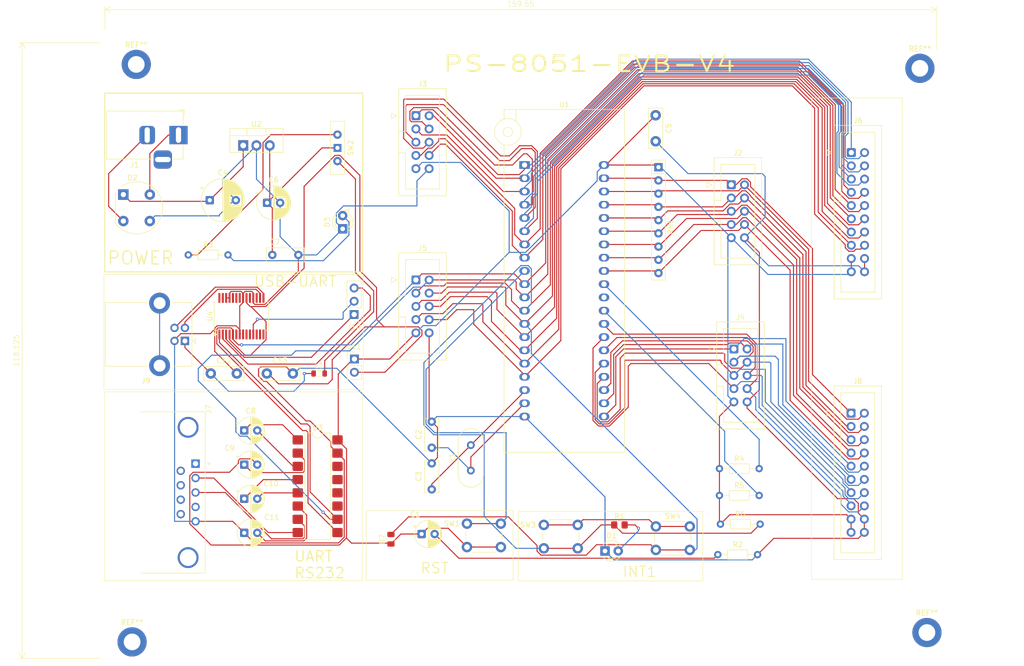
<source format=kicad_pcb>
(kicad_pcb (version 20241229) (generator "pcbnew") (generator_version "9.0")
  (layers (0 "F.Cu" signal) (2 "B.Cu" signal) (13 "F.Paste" user) (15 "B.Paste" user) (5 "F.SilkS" user "F.Silkscreen") (7 "B.SilkS" user "B.Silkscreen") (1 "F.Mask" user) (3 "B.Mask" user) (25 "Edge.Cuts" user))
  (net 0 "")
  (net 1 "Net-(C1-Pad2)")
  (net 2 "VCC")
  (net 3 "Net-(U1-XTAL1)")
  (net 4 "GND")
  (net 5 "Net-(U1-XTAL2)")
  (net 6 "Net-(D2-+)")
  (net 7 "Net-(SW2-A)")
  (net 8 "Net-(U3-C1+)")
  (net 9 "Net-(U3-C1-)")
  (net 10 "Net-(U3-VS+)")
  (net 11 "Net-(U3-C2-)")
  (net 12 "Net-(U3-C2+)")
  (net 13 "Net-(U3-VS-)")
  (net 14 "Net-(J9-VBUS)")
  (net 15 "Net-(J11-Pin_2)")
  (net 16 "Net-(D1-A)")
  (net 17 "Net-(D2-Pad2)")
  (net 18 "Net-(D2-Pad4)")
  (net 19 "Net-(D3-A)")
  (net 20 "/P0_4")
  (net 21 "/P0_5")
  (net 22 "/P0_0")
  (net 23 "/P0_7")
  (net 24 "/P0_6")
  (net 25 "/P0_3")
  (net 26 "/P0_1")
  (net 27 "/P0_2")
  (net 28 "/P1_0")
  (net 29 "/P1_6")
  (net 30 "/P1_7")
  (net 31 "/P1_3")
  (net 32 "/P1_2")
  (net 33 "/P1_4")
  (net 34 "/P1_5")
  (net 35 "/P1_1")
  (net 36 "/P2_2")
  (net 37 "/P2_7")
  (net 38 "/P2_0")
  (net 39 "/P2_3")
  (net 40 "/P2_4")
  (net 41 "/P2_6")
  (net 42 "/P2_1")
  (net 43 "/P2_5")
  (net 44 "/P3_5")
  (net 45 "/P3_6")
  (net 46 "/P3_4")
  (net 47 "/P3_1")
  (net 48 "/P3_3")
  (net 49 "/P3_0")
  (net 50 "/P3_7")
  (net 51 "/P3_2")
  (net 52 "Net-(U3-R2IN)")
  (net 55 "Net-(U3-T2OUT)")
  (net 60 "unconnected-(J9-Shield-Pad5)")
  (net 61 "Net-(J9-D-)")
  (net 62 "Net-(J9-D+)")
  (net 63 "Net-(J10-Pin_2)")
  (net 64 "Net-(J10-Pin_3)")
  (net 65 "Net-(J10-Pin_1)")
  (net 66 "/USB")
  (net 67 "Net-(SW2-B)")
  (net 68 "/EA")
  (net 69 "/PSEN")
  (net 70 "/RST")
  (net 71 "Net-(SW3-Pad1)")
  (footprint "LED_THT:LED_D3.0mm" (layer "F.Cu") (at 57.85 50 90)
    (property "Reference" "D3")
    (property "Value" "LED")
  )
  (footprint "Capacitor_THT:CP_Radial_D5.0mm_P2.50mm" (layer "F.Cu") (at 38.964 88.679)
    (property "Reference" "C8")
    (property "Value" "10uf")
  )
  (footprint "Resistor_THT:R_Array_SIP9" (layer "F.Cu") (at 118.44 38.16 -90)
    (property "Reference" "RN1")
    (property "Value" "10k")
  )
  (footprint "Socket:DIP_Socket-40_W11.9mm_W12.7mm_W15.24mm_W17.78mm_W18.5mm_3M_240-1280-00-0602J" (layer "F.Cu") (at 92.75 37.75)
    (property "Reference" "U1")
    (property "Value" "P8051AH")
  )
  (footprint "Capacitor_THT:CP_Radial_D5.0mm_P2.50mm" (layer "F.Cu") (at 38.964 95.229)
    (property "Reference" "C9")
    (property "Value" "10uf")
  )
  (footprint "Resistor_THT:R_Axial_DIN0204_L3.6mm_D1.6mm_P7.62mm_Horizontal" (layer "F.Cu") (at 130.14 96)
    (property "Reference" "R4")
    (property "Value" "8K2")
  )
  (footprint "Connector_IDC:IDC-Header_2x10_P2.54mm_Vertical" (layer "F.Cu") (at 155.44 35.37)
    (property "Reference" "J6")
    (property "Value" "Conn_02x10_Odd_Even")
  )
  (footprint "Button_Switch_THT:SW_Slide-03_Wuerth-WS-SLTV_10x2.5x6.4_P2.54mm" (layer "F.Cu") (at 56.85 34.46 -90)
    (property "Reference" "SW2")
    (property "Value" "SW_SPDT")
  )
  (footprint "Connector_USB:USB_B_Lumberg_2411_02_Horizontal" (layer "F.Cu") (at 27.5875 71.5 180)
    (property "Reference" "J9")
    (property "Value" "USB_B")
  )
  (footprint "MountingHole:MountingHole_3.2mm_M3_DIN965_Pad_TopBottom" (layer "F.Cu") (at 17.45 129.25)
    (property "Reference" "REF**")
    (property "Value" "MountingHole_3.2mm_M3_DIN965_Pad_TopBottom")
  )
  (footprint "Capacitor_THT:CP_Radial_D5.0mm_P2.50mm" (layer "F.Cu") (at 38.964 108.329)
    (property "Reference" "C11")
    (property "Value" "10uf")
  )
  (footprint "Connector_IDC:IDC-Header_2x10_P2.54mm_Vertical" (layer "F.Cu") (at 155.4 85.37)
    (property "Reference" "J8")
    (property "Value" "Conn_02x10_Odd_Even")
  )
  (footprint "Connector_IDC:IDC-Header_2x05_P2.54mm_Vertical" (layer "F.Cu") (at 132.41 41.54)
    (property "Reference" "J2")
    (property "Value" "Conn_02x05_Odd_Even")
  )
  (footprint "Crystal:Crystal_HC49-4H_Vertical" (layer "F.Cu") (at 82.44 96.37 90)
    (property "Reference" "Y1")
    (property "Value" "Crystal")
  )
  (footprint "Connector_BarrelJack:BarrelJack_Horizontal" (layer "F.Cu") (at 26.35 32)
    (property "Reference" "J1")
    (property "Value" "Jack-DC")
  )
  (footprint "MountingHole:MountingHole_3.2mm_M3_DIN965_Pad_TopBottom" (layer "F.Cu") (at 18.25 18.45)
    (property "Reference" "REF**")
    (property "Value" "MountingHole_3.2mm_M3_DIN965_Pad_TopBottom")
  )
  (footprint "Capacitor_THT:C_Disc_D7.5mm_W2.5mm_P5.00mm" (layer "F.Cu") (at 32.55 77.75)
    (property "Reference" "C12")
    (property "Value" "0.1uf")
  )
  (footprint "Capacitor_THT:C_Disc_D6.0mm_W2.5mm_P5.00mm" (layer "F.Cu") (at 74.94 99.99 90)
    (property "Reference" "C3")
    (property "Value" "33pf")
  )
  (footprint "Capacitor_THT:CP_Radial_D8.0mm_P5.00mm" (layer "F.Cu") (at 32.35 44.5)
    (property "Reference" "C4")
    (property "Value" "470uf/25V")
  )
  (footprint "MountingHole:MountingHole_3.2mm_M3_DIN965_Pad_TopBottom" (layer "F.Cu") (at 168.6 19.2)
    (property "Reference" "REF**")
    (property "Value" "MountingHole_3.2mm_M3_DIN965_Pad_TopBottom")
  )
  (footprint "Button_Switch_THT:SW_PUSH_6mm" (layer "F.Cu") (at 117.95 107.1)
    (property "Reference" "SW4")
    (property "Value" "SW_Push")
  )
  (footprint "Connector_IDC:IDC-Header_2x05_P2.54mm_Vertical" (layer "F.Cu") (at 132.91 73.04)
    (property "Reference" "J4")
    (property "Value" "Conn_02x05_Odd_Even")
  )
  (footprint "Resistor_THT:R_Axial_DIN0204_L3.6mm_D1.6mm_P7.62mm_Horizontal" (layer "F.Cu") (at 130.14 101.15)
    (property "Reference" "R5")
    (property "Value" "8K2")
  )
  (footprint "Inductor_SMD:L_0805_2012Metric" (layer "F.Cu") (at 53.3375 77.75)
    (property "Reference" "L1")
    (property "Value" "10uh")
  )
  (footprint "Resistor_THT:R_Axial_DIN0204_L3.6mm_D1.6mm_P7.62mm_Horizontal" (layer "F.Cu") (at 130.33 106.65)
    (property "Reference" "R6")
    (property "Value" "8K2")
  )
  (footprint "Connector_PinHeader_2.54mm:PinHeader_1x03_P2.54mm_Vertical" (layer "F.Cu") (at 60.05 66.43 180)
    (property "Reference" "J10")
    (property "Value" "Conn_01x03")
  )
  (footprint "Capacitor_THT:CP_Radial_D5.0mm_P2.50mm" (layer "F.Cu") (at 38.964 101.779)
    (property "Reference" "C10")
    (property "Value" "10uf")
  )
  (footprint "Capacitor_THT:CP_Radial_D6.3mm_P2.50mm" (layer "F.Cu") (at 43.35 45)
    (property "Reference" "C6")
    (property "Value" "100uf/63V")
  )
  (footprint "LED_THT:LED_D3.0mm" (layer "F.Cu") (at 108.185 111.8)
    (property "Reference" "D1")
    (property "Value" "LED")
  )
  (footprint "Resistor_SMD:R_0805_2012Metric_Pad1.20x1.40mm_HandSolder" (layer "F.Cu") (at 110.95 106.8)
    (property "Reference" "R1")
    (property "Value" "330")
  )
  (footprint "Capacitor_THT:CP_Radial_D5.0mm_P2.50mm" (layer "F.Cu") (at 72.994888 108.55)
    (property "Reference" "C1")
    (property "Value" "10uf")
  )
  (footprint "Resistor_THT:R_Axial_DIN0204_L3.6mm_D1.6mm_P7.62mm_Horizontal" (layer "F.Cu") (at 129.83 112.5)
    (property "Reference" "R2")
    (property "Value" "8K2")
  )
  (footprint "Resistor_THT:R_Axial_DIN0204_L3.6mm_D1.6mm_P7.62mm_Horizontal" (layer "F.Cu") (at 28.23 55)
    (property "Reference" "R3")
    (property "Value" "330")
  )
  (footprint "Capacitor_THT:C_Disc_D7.0mm_W2.5mm_P5.00mm" (layer "F.Cu") (at 44.35 55)
    (property "Reference" "C7")
    (property "Value" "0.1uf")
  )
  (footprint "Capacitor_THT:C_Disc_D7.5mm_W2.5mm_P5.00mm" (layer "F.Cu") (at 117.9 28.2 -90)
    (property "Reference" "C5")
    (property "Value" "1.0uf")
  )
  (footprint "Capacitor_THT:C_Disc_D7.5mm_W2.5mm_P5.00mm" (layer "F.Cu") (at 43.3 77.75)
    (property "Reference" "C13")
    (property "Value" "0.1uf")
  )
  (footprint "Capacitor_THT:C_Disc_D6.0mm_W2.5mm_P5.00mm" (layer "F.Cu") (at 74.94 91.99 90)
    (property "Reference" "C2")
    (property "Value" "33pf")
  )
  (footprint "Button_Switch_THT:SW_PUSH_6mm" (layer "F.Cu") (at 96.45 106.8)
    (property "Reference" "SW3")
    (property "Value" "SW_Push")
  )
  (footprint "Resistor_SMD:R_0805_2012Metric" (layer "F.Cu") (at 67.1125 109.55 90)
    (property "Reference" "R7")
    (property "Value" "8K2")
  )
  (footprint "Connector_Dsub:DSUB-9_Pins_Horizontal_P2.77x2.84mm_EdgePinOffset7.70mm_Housed_MountingHolesOffset9.12mm" (layer "F.Cu") (at 29.619 95.039 -90)
    (property "Reference" "J7")
    (property "Value" "DE9_Pins")
  )
  (footprint "Diode_THT:Diode_Bridge_Round_D9.8mm" (layer "F.Cu") (at 15.77 43.42)
    (property "Reference" "D2")
    (property "Value" "W01G")
  )
  (footprint "Connector_IDC:IDC-Header_2x05_P2.54mm_Vertical" (layer "F.Cu") (at 71.9 28.29)
    (property "Reference" "J3")
    (property "Value" "Conn_02x05_Odd_Even")
  )
  (footprint "Connector_IDC:IDC-Header_2x05_P2.54mm_Vertical" (layer "F.Cu") (at 71.9 59.79)
    (property "Reference" "J5")
    (property "Value" "Conn_02x05_Odd_Even")
  )
  (footprint "Package_TO_SOT_THT:TO-220-3_Vertical" (layer "F.Cu") (at 38.77 34)
    (property "Reference" "U2")
    (property "Value" "L7805")
  )
  (footprint "Package_SO:SSOP-28_5.3x10.2mm_P0.65mm" (layer "F.Cu") (at 38.425 66.75 90)
    (property "Reference" "U4")
    (property "Value" "FT232RL")
  )
  (footprint "Connector_PinHeader_2.54mm:PinHeader_1x02_P2.54mm_Vertical" (layer "F.Cu") (at 60.1 74.975)
    (property "Reference" "J11")
    (property "Value" "Conn_01x02")
  )
  (footprint "Button_Switch_THT:SW_PUSH_6mm" (layer "F.Cu") (at 81.7 106.55)
    (property "Reference" "SW1")
    (property "Value" "SW_Push")
  )
  (footprint "MountingHole:MountingHole_3.2mm_M3_DIN965_Pad_TopBottom" (layer "F.Cu") (at 169.95 127.45)
    (property "Reference" "REF**")
    (property "Value" "MountingHole_3.2mm_M3_DIN965_Pad_TopBottom")
  )
  (footprint "Package_DIP:SMDIP-16_W7.62mm" (layer "F.Cu") (at 53.049 99.379)
    (property "Reference" "U3")
    (property "Value" "MAX232")
  )
  (gr_rect (start 91.55 104.2) (end 126.95 117.55) (stroke (width 0.1)) (fill no) (layer "F.SilkS"))
  (gr_rect (start 147.8 24.9) (end 165.25 117.25) (stroke (width 0.1)) (fill no) (layer "F.SilkS"))
  (gr_rect (start 62.35 104.05) (end 90.55 117.45) (stroke (width 0.1)) (fill no) (layer "F.SilkS"))
  (gr_rect (start 12.2 23.95) (end 61.7 58.25) (stroke (width 0.2)) (fill no) (layer "F.SilkS"))
  (gr_rect (start 12.149 81.279) (end 61.649 117.479) (stroke (width 0.1)) (fill no) (layer "F.SilkS"))
  (gr_rect (start 12.05 58.75) (end 61.8 80.85) (stroke (width 0.1)) (fill no) (layer "F.SilkS"))
  (gr_text "UART\nRS232" (at 48.45 117.2 0) (layer "F.SilkS") (effects (font (size 2 2) (thickness 0.25)) (justify left bottom)))
  (gr_text "PS-8051-EVB-V4" (at 76.8 20.1 0) (layer "F.SilkS") (effects (font (size 3 4) (thickness 0.4) (bold yes)) (justify left bottom)))
  (gr_text "RST\n" (at 72.65 116.25 0) (layer "F.SilkS") (effects (font (size 2 2) (thickness 0.2) (bold yes)) (justify left bottom)))
  (gr_text "INT1\n" (at 111.45 116.95 0) (layer "F.SilkS") (effects (font (size 2 2) (thickness 0.2) (bold yes)) (justify left bottom)))
  (gr_text "POWER" (at 12.55 57.05 0) (layer "F.SilkS") (effects (font (size 2.5 2.5) (thickness 0.25) (bold yes)) (justify left bottom)))
  (gr_text "USB-UART" (at 40.7 61.25 0) (layer "F.SilkS") (effects (font (size 2 2) (thickness 0.2) (bold yes)) (justify left bottom)))
  (dimension (type orthogonal) (layer "F.SilkS") (pts (xy 12.225 12.2) (xy 171.775 16.025)) (height -4.25) (orientation 0) (format (prefix "") (suffix "") (units 3) (units_format 0) (precision 4) (suppress_zeroes yes)) (style (thickness 0.1) (arrow_length 1.27) (text_position_mode 0) (arrow_direction outward) (extension_height 0.58642) (extension_offset 0.5) (keep_text_aligned yes)) (gr_text "159.55" (at 92 6.85 0) (layer "F.SilkS") (effects (font (size 1 1) (thickness 0.1)))))
  (dimension (type orthogonal) (layer "F.SilkS") (pts (xy 12 14.3) (xy 12 132.425)) (height -15.65) (orientation 1) (format (prefix "") (suffix "") (units 3) (units_format 0) (precision 4) (suppress_zeroes yes)) (style (thickness 0.1) (arrow_length 1.27) (text_position_mode 0) (arrow_direction outward) (extension_height 0.58642) (extension_offset 0.5) (keep_text_aligned yes)) (gr_text "118.125" (at -4.75 73.3625 90) (layer "F.SilkS") (effects (font (size 1 1) (thickness 0.1)))))
  (segment (start 129.83 112.5) (end 129.13 113.2) (width 0.2) (layer "F.Cu") (net 1))
  (segment (start 80.144888 113.2) (end 75.494888 108.55) (width 0.2) (layer "F.Cu") (net 1))
  (segment (start 129.13 113.2) (end 80.144888 113.2) (width 0.2) (layer "F.Cu") (net 1))
  (segment (start 38.17884 94.128) (end 37.863 94.44384) (width 0.2) (layer "F.Cu") (net 2))
  (segment (start 72.994888 108.55) (end 69.025 108.55) (width 0.2) (layer "F.Cu") (net 2))
  (segment (start 107.99 37.75) (end 118.03 37.75) (width 0.2) (layer "F.Cu") (net 2))
  (segment (start 58.561 109.31026) (end 58.599 109.27226) (width 0.2) (layer "F.Cu") (net 2))
  (segment (start 57.01 77.84) (end 57.01 90.338) (width 0.2) (layer "F.Cu") (net 2))
  (segment (start 74.095888 107.449) (end 72.994888 108.55) (width 0.2) (layer "F.Cu") (net 2))
  (segment (start 155.4 105.69) (end 155.4 108.23) (width 0.2) (layer "F.Cu") (net 2))
  (segment (start 154.55 104.84) (end 132.14 104.84) (width 0.2) (layer "F.Cu") (net 2))
  (segment (start 36.12 96.708) (end 29.16295 96.708) (width 0.2) (layer "F.Cu") (net 2))
  (segment (start 132.91 83.2) (end 130.14 85.97) (width 0.2) (layer "F.Cu") (net 2))
  (segment (start 57.01 90.338) (end 56.859 90.489) (width 0.2) (layer "F.Cu") (net 2))
  (segment (start 130.14 106.23) (end 130.14 101.15) (width 0.2) (layer "F.Cu") (net 2))
  (segment (start 28.518 97.35295) (end 28.518 106.57505) (width 0.2) (layer "F.Cu") (net 2))
  (segment (start 117.9 28.2) (end 108.35 37.75) (width 0.2) (layer "F.Cu") (net 2))
  (segment (start 69.025 108.55) (end 67.1125 110.4625) (width 0.2) (layer "F.Cu") (net 2))
  (segment (start 66.95 110.3) (end 59.55074 110.3) (width 0.2) (layer "F.Cu") (net 2))
  (segment (start 41.464 95.229) (end 40.363 94.128) (width 0.2) (layer "F.Cu") (net 2))
  (segment (start 108.35 37.75) (end 107.99 37.75) (width 0.2) (layer "F.Cu") (net 2))
  (segment (start 57.20826 110.663) (end 58.561 109.31026) (width 0.2) (layer "F.Cu") (net 2))
  (segment (start 58.599 92.229) (end 56.859 90.489) (width 0.2) (layer "F.Cu") (net 2))
  (segment (start 37.863 94.965) (end 36.12 96.708) (width 0.2) (layer "F.Cu") (net 2))
  (segment (start 58.599 109.27226) (end 58.599 92.229) (width 0.2) (layer "F.Cu") (net 2))
  (segment (start 81.7 111.05) (end 88.2 111.05) (width 0.2) (layer "F.Cu") (net 2))
  (segment (start 37.863 94.44384) (end 37.863 94.965) (width 0.2) (layer "F.Cu") (net 2))
  (segment (start 130.14 101.15) (end 130.14 96) (width 0.2) (layer "F.Cu") (net 2))
  (segment (start 81.7 111.05) (end 78.099 107.449) (width 0.2) (layer "F.Cu") (net 2))
  (segment (start 155.4 105.69) (end 154.55 104.84) (width 0.2) (layer "F.Cu") (net 2))
  (segment (start 130.33 106.65) (end 130.33 106.42) (width 0.2) (layer "F.Cu") (net 2))
  (segment (start 66.875 74.975) (end 59.875 74.975) (width 0.2) (layer "F.Cu") (net 2))
  (segment (start 40.363 94.128) (end 38.17884 94.128) (width 0.2) (layer "F.Cu") (net 2))
  (segment (start 118.03 37.75) (end 118.44 38.16) (width 0.2) (layer "F.Cu") (net 2))
  (segment (start 32.60595 110.663) (end 57.20826 110.663) (width 0.2) (layer "F.Cu") (net 2))
  (segment (start 132.14 104.84) (end 130.33 106.65) (width 0.2) (layer "F.Cu") (net 2))
  (segment (start 59.875 74.975) (end 57.01 77.84) (width 0.2) (layer "F.Cu") (net 2))
  (segment (start 130.14 85.97) (end 130.14 96) (width 0.2) (layer "F.Cu") (net 2))
  (segment (start 28.518 106.57505) (end 32.60595 110.663) (width 0.2) (layer "F.Cu") (net 2))
  (segment (start 130.33 106.42) (end 130.14 106.23) (width 0.2) (layer "F.Cu") (net 2))
  (segment (start 67.1125 110.4625) (end 66.95 110.3) (width 0.2) (layer "F.Cu") (net 2))
  (segment (start 71.9 69.95) (end 66.875 74.975) (width 0.2) (layer "F.Cu") (net 2))
  (segment (start 78.099 107.449) (end 74.095888 107.449) (width 0.2) (layer "F.Cu") (net 2))
  (segment (start 155.44 58.23) (end 155.44 55.69) (width 0.2) (layer "F.Cu") (net 2))
  (segment (start 59.55074 110.3) (end 58.561 109.31026) (width 0.2) (layer "F.Cu") (net 2))
  (segment (start 29.16295 96.708) (end 28.518 97.35295) (width 0.2) (layer "F.Cu") (net 2))
  (segment (start 75.757 68.561) (end 89.809 54.509) (width 0.2) (layer "B.Cu") (net 2))
  (segment (start 118.44 38.16) (end 118.87 38.16) (width 0.2) (layer "B.Cu") (net 2))
  (segment (start 73.289 68.561) (end 75.757 68.561) (width 0.2) (layer "B.Cu") (net 2))
  (segment (start 106.689 39.051) (end 107.99 37.75) (width 0.2) (layer "B.Cu") (net 2))
  (segment (start 89.8 54.5) (end 89.809 54.509) (width 0.2) (layer "B.Cu") (net 2))
  (segment (start 132.41 51.7) (end 139.46 58.75) (width 0.2) (layer "B.Cu") (net 2))
  (segment (start 73.1 37.25) (end 80.45 37.25) (width 0.2) (layer "B.Cu") (net 2))
  (segment (start 71.9 38.45) (end 73.1 37.25) (width 0.2) (layer "B.Cu") (net 2))
  (segment (start 92.954912 54.509) (end 106.689 40.774912) (width 0.2) (layer "B.Cu") (net 2))
  (segment (start 139.46 58.75) (end 154.92 58.75) (width 0.2) (layer "B.Cu") (net 2))
  (segment (start 89.8 46.6) (end 89.8 54.5) (width 0.2) (layer "B.Cu") (net 2))
  (segment (start 131.759 82.049) (end 131.759 52.351) (width 0.2) (layer "B.Cu") (net 2))
  (segment (start 106.689 40.774912) (end 106.689 39.051) (width 0.2) (layer "B.Cu") (net 2))
  (segment (start 132.91 83.2) (end 131.759 82.049) (width 0.2) (layer "B.Cu") (net 2))
  (segment (start 131.759 52.351) (end 132.41 51.7) (width 0.2) (layer "B.Cu") (net 2))
  (segment (start 154.92 58.75) (end 155.44 58.23) (width 0.2) (layer "B.Cu") (net 2))
  (segment (start 118.87 38.16) (end 132.41 51.7) (width 0.2) (layer "B.Cu") (net 2))
  (segment (start 80.45 37.25) (end 89.8 46.6) (width 0.2) (layer "B.Cu") (net 2))
  (segment (start 71.9 69.95) (end 73.289 68.561) (width 0.2) (layer "B.Cu") (net 2))
  (segment (start 89.809 54.509) (end 92.954912 54.509) (width 0.2) (layer "B.Cu") (net 2))
  (segment (start 92.75 83.47) (end 82.44 93.78) (width 0.2) (layer "F.Cu") (net 3))
  (segment (start 82.44 93.78) (end 82.44 96.37) (width 0.2) (layer "F.Cu") (net 3))
  (segment (start 78.06 91.99) (end 82.44 96.37) (width 0.2) (layer "B.Cu") (net 3))
  (segment (start 74.94 91.99) (end 78.06 91.99) (width 0.2) (layer "B.Cu") (net 3))
  (segment (start 137.804 80.846) (end 137.804 54.554) (width 0.2) (layer "F.Cu") (net 4))
  (segment (start 156.789 102.67324) (end 156.789 104.539) (width 0.2) (layer "F.Cu") (net 4))
  (segment (start 42.151 76.449) (end 41.7 76.9) (width 0.2) (layer "F.Cu") (net 4))
  (segment (start 40.897 110.262) (end 38.964 108.329) (width 0.2) (layer "F.Cu") (net 4))
  (segment (start 74.94 94.99) (end 76.041 93.889) (width 0.2) (layer "F.Cu") (net 4))
  (segment (start 36.15 63.25) (end 36.15 62.300001) (width 0.2) (layer "F.Cu") (net 4))
  (segment (start 76.041 93.889) (end 76.041 88.091) (width 0.2) (layer "F.Cu") (net 4))
  (segment (start 38.75 64.11987) (end 38.75 63.25) (width 0.2) (layer "F.Cu") (net 4))
  (segment (start 156.789 104.539) (end 157.94 105.69) (width 0.2) (layer "F.Cu") (net 4))
  (segment (start 40.7 63.25) (end 40.7 64.199999) (width 0.2) (layer "F.Cu") (net 4))
  (segment (start 55.558 91.728) (end 56.859 93.029) (width 0.2) (layer "F.Cu") (net 4))
  (segment (start 33.298 69.06503) (end 33.76503 68.598) (width 0.2) (layer "F.Cu") (net 4))
  (segment (start 38.75 62.38013) (end 38.75 63.25) (width 0.2) (layer "F.Cu") (net 4))
  (segment (start 58.16 94.33) (end 58.16 109.14416) (width 0.2) (layer "F.Cu") (net 4))
  (segment (start 48.3 77.75) (end 46.999 76.449) (width 0.2) (layer "F.Cu") (net 4))
  (segment (start 40.7 64.199999) (end 41.001001 64.501) (width 0.2) (layer "F.Cu") (net 4))
  (segment (start 38.1 64.76987) (end 38.75 64.11987) (width 0.2) (layer "F.Cu") (net 4))
  (segment (start 36.754 106.119) (end 38.964 108.329) (width 0.2) (layer "F.Cu") (net 4))
  (segment (start 157.98 55.69) (end 157.98 58.23) (width 0.2) (layer "F.Cu") (net 4))
  (segment (start 74.44 69.95) (end 74.44 86.49) (width 0.2) (layer "F.Cu") (net 4))
  (segment (start 74.44 86.49) (end 74.94 86.99) (width 0.2) (layer "F.Cu") (net 4))
  (segment (start 33.298 73.498) (end 33.298 69.25) (width 0.2) (layer "F.Cu") (net 4))
  (segment (start 38.149 70.25) (end 38.249 70.15) (width 0.2) (layer "F.Cu") (net 4))
  (segment (start 48.55 77.75) (end 48.3 77.75) (width 0.2) (layer "F.Cu") (net 4))
  (segment (start 40.7 63.25) (end 40.7 62.300001) (width 0.2) (layer "F.Cu") (net 4))
  (segment (start 37.55 77.75) (end 33.298 73.498) (width 0.2) (layer "F.Cu") (net 4))
  (segment (start 50.810108 86.85) (end 51.5871 86.85) (width 0.2) (layer "F.Cu") (net 4))
  (segment (start 25.5875 71.298) (end 26.7845 70.101) (width 0.2) (layer "F.Cu") (net 4))
  (segment (start 38.1 70.25) (end 38.149 70.25) (width 0.2) (layer "F.Cu") (net 4))
  (segment (start 137.45 112.5) (end 140.569 109.381) (width 0.2) (layer "F.Cu") (net 4))
  (segment (start 135.45 84.4) (end 152.811 101.761) (width 0.2) (layer "F.Cu") (net 4))
  (segment (start 38.1 69.300001) (end 38.1 70.25) (width 0.2) (layer "F.Cu") (net 4))
  (segment (start 38.1 70.25) (end 38.1 64.76987) (width 0.2) (layer "F.Cu") (net 4))
  (segment (start 157.94 105.69) (end 157.94 108.23) (width 0.2) (layer "F.Cu") (net 4))
  (segment (start 55.558 90.8209) (end 55.558 91.728) (width 0.2) (layer "F.Cu") (net 4))
  (segment (start 41.7 76.9) (end 41.7 78.25) (width 0.2) (layer "F.Cu") (net 4))
  (segment (start 40.7 62.300001) (end 40.398999 61.999) (width 0.2) (layer "F.Cu") (net 4))
  (segment (start 41.7 78.25) (end 42.7 79.25) (width 0.2) (layer "F.Cu") (net 4))
  (segment (start 58.16 109.14416) (end 57.04216 110.262) (width 0.2) (layer "F.Cu") (net 4))
  (segment (start 137.804 54.554) (end 134.95 51.7) (width 0.2) (layer "F.Cu") (net 4))
  (segment (start 41.001001 64.501) (end 42.91887 64.501) (width 0.2) (layer "F.Cu") (net 4))
  (segment (start 33.298 69.25) (end 33.298 69.06503) (width 0.2) (layer "F.Cu") (net 4))
  (segment (start 57.04216 110.262) (end 40.897 110.262) (width 0.2) (layer "F.Cu") (net 4))
  (segment (start 25.5875 71.5) (end 25.5875 71.298) (width 0.2) (layer "F.Cu") (net 4))
  (segment (start 155.87676 101.761) (end 156.789 102.67324) (width 0.2) (layer "F.Cu") (net 4))
  (segment (start 38.36887 61.999) (end 38.75 62.38013) (width 0.2) (layer "F.Cu") (net 4))
  (segment (start 36.15 62.300001) (end 36.451001 61.999) (width 0.2) (layer "F.Cu") (net 4))
  (segment (start 35.5 63.25) (end 36.15 63.25) (width 0.2) (layer "F.Cu") (net 4))
  (segment (start 42.91887 64.501) (end 49.35 58.06987) (width 0.2) (layer "F.Cu") (net 4))
  (segment (start 32.447 70.101) (end 33.298 69.25) (width 0.2) (layer "F.Cu") (net 4))
  (segment (start 152.811 101.761) (end 155.87676 101.761) (width 0.2) (layer "F.Cu") (net 4))
  (segment (start 76.041 88.091) (end 74.94 86.99) (width 0.2) (layer "F.Cu") (net 4))
  (segment (start 33.76503 68.598) (end 37.397999 68.598) (width 0.2) (layer "F.Cu") (net 4))
  (segment (start 56.859 93.029) (end 58.16 94.33) (width 0.2) (layer "F.Cu") (net 4))
  (segment (start 37.397999 68.598) (end 38.1 69.300001) (width 0.2) (layer "F.Cu") (net 4))
  (segment (start 51.5871 86.85) (end 55.558 90.8209) (width 0.2) (layer "F.Cu") (net 4))
  (segment (start 49.35 58.06987) (end 49.35 55) (width 0.2) (layer "F.Cu") (net 4))
  (segment (start 42.7 79.25) (end 43.210108 79.25) (width 0.2) (layer "F.Cu") (net 4))
  (segment (start 36.451001 61.999) (end 38.36887 61.999) (width 0.2) (layer "F.Cu") (net 4))
  (segment (start 135.45 83.2) (end 137.804 80.846) (width 0.2) (layer "F.Cu") (net 4))
  (segment (start 135.45 83.2) (end 135.45 84.4) (width 0.2) (layer "F.Cu") (net 4))
  (segment (start 39.13113 61.999) (end 38.75 62.38013) (width 0.2) (layer "F.Cu") (net 4))
  (segment (start 26.7845 70.101) (end 32.447 70.101) (width 0.2) (layer "F.Cu") (net 4))
  (segment (start 43.210108 79.25) (end 50.810108 86.85) (width 0.2) (layer "F.Cu") (net 4))
  (segment (start 29.619 106.119) (end 36.754 106.119) (width 0.2) (layer "F.Cu") (net 4))
  (segment (start 140.569 109.381) (end 156.789 109.381) (width 0.2) (layer "F.Cu") (net 4))
  (segment (start 156.789 109.381) (end 157.94 108.23) (width 0.2) (layer "F.Cu") (net 4))
  (segment (start 40.398999 61.999) (end 39.13113 61.999) (width 0.2) (layer "F.Cu") (net 4))
  (segment (start 46.999 76.449) (end 42.151 76.449) (width 0.2) (layer "F.Cu") (net 4))
  (segment (start 108.185 111.8) (end 109.886 113.501) (width 0.2) (layer "B.Cu") (net 4))
  (segment (start 34.85 42) (end 34.85 40.46) (width 0.2) (layer "B.Cu") (net 4))
  (segment (start 72.1 45.6) (end 72.1 40.79) (width 0.2) (layer "B.Cu") (net 4))
  (segment (start 139.579 57.079) (end 156.829 57.079) (width 0.2) (layer "B.Cu") (net 4))
  (segment (start 48.3 77.75) (end 48.55 77.75) (width 0.2) (layer "B.Cu") (net 4))
  (segment (start 25.666 106.119) (end 29.619 106.119) (width 0.2) (layer "B.Cu") (net 4))
  (segment (start 48.55 77.75) (end 49.55 76.75) (width 0.2) (layer "B.Cu") (net 4))
  (segment (start 92.75 86.01) (end 75.92 86.01) (width 0.2) (layer "B.Cu") (net 4))
  (segment (start 52.85 55) (end 57.85 50) (width 0.2) (layer "B.Cu") (net 4))
  (segment (start 49.35 55) (end 52.85 55) (width 0.2) (layer "B.Cu") (net 4))
  (segment (start 34.2 47.3) (end 37 44.5) (width 0.2) (layer "B.Cu") (net 4))
  (segment (start 37.35 44.5) (end 34.85 42) (width 0.2) (layer "B.Cu") (net 4))
  (segment (start 134.95 52.45) (end 139.579 57.079) (width 0.2) (layer "B.Cu") (net 4))
  (segment (start 57.85 50) (end 56.649 48.799) (width 0.2) (layer "B.Cu") (net 4))
  (segment (start 34.2 47.5) (end 34.2 47.3) (width 0.2) (layer "B.Cu") (net 4))
  (segment (start 56.649 46.962529) (end 58.011529 45.6) (width 0.2) (layer "B.Cu") (net 4))
  (segment (start 72.1 40.79) (end 74.44 38.45) (width 0.2) (layer "B.Cu") (net 4))
  (segment (start 45.85 45) (end 45.85 51.5) (width 0.2) (layer "B.Cu") (net 4))
  (segment (start 25.5875 71.5) (end 25.6 71.5125) (width 0.2) (layer "B.Cu") (net 4))
  (segment (start 56.7 76.75) (end 74.94 94.99) (width 0.2) (layer "B.Cu") (net 4))
  (segment (start 25.6 106.053) (end 25.666 106.119) (width 0.2) (layer "B.Cu") (net 4))
  (segment (start 117.9 33.2) (end 124.1 39.4) (width 0.2) (layer "B.Cu") (net 4))
  (segment (start 49.55 76.75) (end 56.7 76.75) (width 0.2) (layer "B.Cu") (net 4))
  (segment (start 138.9 47.75) (end 134.95 51.7) (width 0.2) (layer "B.Cu") (net 4))
  (segment (start 21.85 47.5) (end 34.2 47.5) (width 0.2) (layer "B.Cu") (net 4))
  (segment (start 34.85 40.46) (end 41.31 34) (width 0.2) (layer "B.Cu") (net 4))
  (segment (start 56.649 48.799) (end 56.649 46.962529) (width 0.2) (layer "B.Cu") (net 4))
  (segment (start 138.35 39.4) (end 138.9 39.95) (width 0.2) (layer "B.Cu") (net 4))
  (segment (start 109.886 113.501) (end 136.449 113.501) (width 0.2) (layer "B.Cu") (net 4))
  (segment (start 58.011529 45.6) (end 72.1 45.6) (width 0.2) (layer "B.Cu") (net 4))
  (segment (start 41.31 34) (end 41.31 40.46) (width 0.2) (layer "B.Cu") (net 4))
  (segment (start 41.31 40.46) (end 45.85 45) (width 0.2) (layer "B.Cu") (net 4))
  (segment (start 20.85 48.5) (end 21.85 47.5) (width 0.2) (layer "B.Cu") (net 4))
  (segment (start 134.95 51.7) (end 134.95 52.45) (width 0.2) (layer "B.Cu") (net 4))
  (segment (start 25.6 71.5125) (end 25.6 106.053) (width 0.2) (layer "B.Cu") (net 4))
  (segment (start 45.85 51.5) (end 49.35 55) (width 0.2) (layer "B.Cu") (net 4))
  (segment (start 37 44.5) (end 37.35 44.5) (width 0.2) (layer "B.Cu") (net 4))
  (segment (start 92.75 86.01) (end 108.185 101.445) (width 0.2) (layer "B.Cu") (net 4))
  (segment (start 108.185 101.445) (end 108.185 111.8) (width 0.2) (layer "B.Cu") (net 4))
  (segment (start 75.92 86.01) (end 74.94 86.99) (width 0.2) (layer "B.Cu") (net 4))
  (segment (start 138.9 39.95) (end 138.9 47.75) (width 0.2) (layer "B.Cu") (net 4))
  (segment (start 156.829 57.079) (end 157.98 58.23) (width 0.2) (layer "B.Cu") (net 4))
  (segment (start 124.1 39.4) (end 138.35 39.4) (width 0.2) (layer "B.Cu") (net 4))
  (segment (start 136.449 113.501) (end 137.45 112.5) (width 0.2) (layer "B.Cu") (net 4))
  (segment (start 92.75 81.18) (end 82.44 91.49) (width 0.2) (layer "F.Cu") (net 5))
  (segment (start 92.75 80.93) (end 92.75 81.18) (width 0.2) (layer "F.Cu") (net 5))
  (segment (start 74.94 98.99) (end 74.94 99.99) (width 0.2) (layer "F.Cu") (net 5))
  (segment (start 82.44 91.49) (end 74.94 98.99) (width 0.2) (layer "F.Cu") (net 5))
  (segment (start 38.77 38.08) (end 32.35 44.5) (width 0.2) (layer "F.Cu") (net 6))
  (segment (start 15.77 43.42) (end 17.071 44.721) (width 0.2) (layer "F.Cu") (net 6))
  (segment (start 17.071 44.721) (end 32.129 44.721) (width 0.2) (layer "F.Cu") (net 6))
  (segment (start 38.77 34) (end 38.77 38.08) (width 0.2) (layer "F.Cu") (net 6))
  (segment (start 32.129 44.721) (end 32.35 44.5) (width 0.2) (layer "F.Cu") (net 6))
  (segment (start 43.35 45) (end 53.89 34.46) (width 0.2) (layer "F.Cu") (net 7))
  (segment (start 53.89 34.46) (end 56.85 34.46) (width 0.2) (layer "F.Cu") (net 7))
  (segment (start 44.35 55) (end 44.35 46) (width 0.2) (layer "F.Cu") (net 7))
  (segment (start 43.85 34) (end 43.85 44.5) (width 0.2) (layer "F.Cu") (net 7))
  (segment (start 43.85 44.5) (end 43.35 45) (width 0.2) (layer "F.Cu") (net 7))
  (segment (start 44.35 46) (end 43.35 45) (width 0.2) (layer "F.Cu") (net 7))
  (segment (start 40.065 87.578) (end 38.964 88.679) (width 0.2) (layer "F.Cu") (net 8))
  (segment (start 49.239 90.489) (end 46.328 87.578) (width 0.2) (layer "F.Cu") (net 8))
  (segment (start 46.328 87.578) (end 40.065 87.578) (width 0.2) (layer "F.Cu") (net 8))
  (segment (start 49.239 95.569) (end 48.354 95.569) (width 0.2) (layer "F.Cu") (net 9))
  (segment (start 48.354 95.569) (end 41.464 88.679) (width 0.2) (layer "F.Cu") (net 9))
  (segment (start 49.239 93.029) (end 50.54 94.33) (width 0.2) (layer "F.Cu") (net 10))
  (segment (start 40.495 96.76) (end 38.964 95.229) (width 0.2) (layer "F.Cu") (net 10))
  (segment (start 50.22416 96.76) (end 40.495 96.76) (width 0.2) (layer "F.Cu") (net 10))
  (segment (start 50.54 94.33) (end 50.54 96.44416) (width 0.2) (layer "F.Cu") (net 10))
  (segment (start 50.54 96.44416) (end 50.22416 96.76) (width 0.2) (layer "F.Cu") (net 10))
  (segment (start 49.239 100.649) (end 42.594 100.649) (width 0.2) (layer "F.Cu") (net 11))
  (segment (start 42.594 100.649) (end 41.464 101.779) (width 0.2) (layer "F.Cu") (net 11))
  (segment (start 42.634 98.109) (end 38.964 101.779) (width 0.2) (layer "F.Cu") (net 12))
  (segment (start 49.239 98.109) (end 42.634 98.109) (width 0.2) (layer "F.Cu") (net 12))
  (segment (start 50.941 104.891) (end 50.941 109.31026) (width 0.2) (layer "F.Cu") (net 13))
  (segment (start 49.239 103.189) (end 50.941 104.891) (width 0.2) (layer "F.Cu") (net 13))
  (segment (start 50.941 109.31026) (end 50.39026 109.861) (width 0.2) (layer "F.Cu") (net 13))
  (segment (start 42.996 109.861) (end 41.464 108.329) (width 0.2) (layer "F.Cu") (net 13))
  (segment (start 50.39026 109.861) (end 42.996 109.861) (width 0.2) (layer "F.Cu") (net 13))
  (segment (start 27.5875 71.5) (end 27.5875 72.7875) (width 0.2) (layer "F.Cu") (net 14))
  (segment (start 50.5 77.75) (end 52.275 77.75) (width 0.2) (layer "F.Cu") (net 14))
  (segment (start 27.5875 72.7875) (end 32.55 77.75) (width 0.2) (layer "F.Cu") (net 14))
  (via (at 50.5 77.75) (size 0.6) (drill 0.3) (layers "F.Cu" "B.Cu") (net 14))
  (segment (start 50.5 79.15) (end 48.45 81.2) (width 0.2) (layer "B.Cu") (net 14))
  (segment (start 36 81.2) (end 32.55 77.75) (width 0.2) (layer "B.Cu") (net 14))
  (segment (start 50.5 77.75) (end 50.5 79.15) (width 0.2) (layer "B.Cu") (net 14))
  (segment (start 48.45 81.2) (end 36 81.2) (width 0.2) (layer "B.Cu") (net 14))
  (segment (start 40.17087 74.249) (end 43.151 71.26887) (width 0.2) (layer "F.Cu") (net 15))
  (segment (start 57.30605 35.899) (end 61.15 39.74295) (width 0.2) (layer "F.Cu") (net 15))
  (segment (start 55.0261 79.7239) (end 55.85 78.9) (width 0.2) (layer "F.Cu") (net 15))
  (segment (start 43.151 67.803) (end 40.25 64.902) (width 0.2) (layer "F.Cu") (net 15))
  (segment (start 43.3 77.75) (end 43.55 77.75) (width 0.2) (layer "F.Cu") (net 15))
  (segment (start 61.25 58.15) (end 64.35 61.25) (width 0.2) (layer "F.Cu") (net 15))
  (segment (start 61.15 39.74295) (end 61.15 58.15) (width 0.2) (layer "F.Cu") (net 15))
  (segment (start 43.55 77.75) (end 45.5239 79.7239) (width 0.2) (layer "F.Cu") (net 15))
  (segment (start 65.96276 77.515) (end 60.1 77.515) (width 0.2) (layer "F.Cu") (net 15))
  (segment (start 40.102001 64.902) (end 40.25 64.902) (width 0.2) (layer "F.Cu") (net 15))
  (segment (start 65.799 68.799) (end 72.37676 68.799) (width 0.2) (layer "F.Cu") (net 15))
  (segment (start 61.15 58.15) (end 61.25 58.15) (width 0.2) (layer "F.Cu") (net 15))
  (segment (start 62.151 68.799) (end 65.799 68.799) (width 0.2) (layer "F.Cu") (net 15))
  (segment (start 36.15 70.25) (end 36.15 71.282899) (width 0.2) (layer "F.Cu") (net 15))
  (segment (start 56.39395 35.899) (end 57.30605 35.899) (width 0.2) (layer "F.Cu") (net 15))
  (segment (start 39.4 64.199999) (end 40.102001 64.902) (width 0.2) (layer "F.Cu") (net 15))
  (segment (start 73.051 69.47324) (end 73.051 70.42676) (width 0.2) (layer "F.Cu") (net 15))
  (segment (start 50.451 57.53597) (end 50.451 41.84195) (width 0.2) (layer "F.Cu") (net 15))
  (segment (start 36.15 71.282899) (end 39.116101 74.249) (width 0.2) (layer "F.Cu") (net 15))
  (segment (start 72.37676 68.799) (end 73.051 69.47324) (width 0.2) (layer "F.Cu") (net 15))
  (segment (start 45.5239 79.7239) (end 55.0261 79.7239) (width 0.2) (layer "F.Cu") (net 15))
  (segment (start 39.116101 74.249) (end 40.17087 74.249) (width 0.2) (layer "F.Cu") (net 15))
  (segment (start 55.85 78.9) (end 55.85 75.1) (width 0.2) (layer "F.Cu") (net 15))
  (segment (start 43.08497 64.902) (end 50.451 57.53597) (width 0.2) (layer "F.Cu") (net 15))
  (segment (start 43.151 71.26887) (end 43.151 67.803) (width 0.2) (layer "F.Cu") (net 15))
  (segment (start 55.85 75.1) (end 62.151 68.799) (width 0.2) (layer "F.Cu") (net 15))
  (segment (start 50.451 41.84195) (end 56.39395 35.899) (width 0.2) (layer "F.Cu") (net 15))
  (segment (start 73.051 70.42676) (end 65.96276 77.515) (width 0.2) (layer "F.Cu") (net 15))
  (segment (start 64.35 61.25) (end 64.35 67.35) (width 0.2) (layer "F.Cu") (net 15))
  (segment (start 40.25 64.902) (end 43.08497 64.902) (width 0.2) (layer "F.Cu") (net 15))
  (segment (start 64.35 67.35) (end 65.799 68.799) (width 0.2) (layer "F.Cu") (net 15))
  (segment (start 39.4 63.25) (end 39.4 64.199999) (width 0.2) (layer "F.Cu") (net 15))
  (segment (start 113.95 106.8) (end 111.95 106.8) (width 0.2) (layer "F.Cu") (net 16))
  (segment (start 114.6 107.45) (end 113.95 106.8) (width 0.2) (layer "F.Cu") (net 16))
  (via (at 114.6 107.45) (size 0.6) (drill 0.3) (layers "F.Cu" "B.Cu") (net 16))
  (segment (start 110.725 111.8) (end 114.6 107.925) (width 0.2) (layer "B.Cu") (net 16))
  (segment (start 114.6 107.925) (end 114.6 107.45) (width 0.2) (layer "B.Cu") (net 16))
  (segment (start 12.95 45.68) (end 15.77 48.5) (width 0.2) (layer "F.Cu") (net 17))
  (segment (start 12.95 39.4) (end 12.95 45.68) (width 0.2) (layer "F.Cu") (net 17))
  (segment (start 20.35 32) (end 12.95 39.4) (width 0.2) (layer "F.Cu") (net 17))
  (segment (start 20.85 35.55) (end 20.85 43.42) (width 0.2) (layer "F.Cu") (net 18))
  (segment (start 26.35 32) (end 24.4 32) (width 0.2) (layer "F.Cu") (net 18))
  (segment (start 24.4 32) (end 20.85 35.55) (width 0.2) (layer "F.Cu") (net 18))
  (segment (start 35.85 55) (end 36.951 56.101) (width 0.2) (layer "B.Cu") (net 19))
  (segment (start 59.051 48.661) (end 57.85 47.46) (width 0.2) (layer "B.Cu") (net 19))
  (segment (start 59.051 51.201) (end 59.051 48.661) (width 0.2) (layer "B.Cu") (net 19))
  (segment (start 54.151 56.101) (end 59.051 51.201) (width 0.2) (layer "B.Cu") (net 19))
  (segment (start 36.951 56.101) (end 54.151 56.101) (width 0.2) (layer "B.Cu") (net 19))
  (segment (start 155.4 90.45) (end 145.55 80.6) (width 0.2) (layer "F.Cu") (net 20))
  (segment (start 122.05 47.25) (end 131.78 47.25) (width 0.2) (layer "F.Cu") (net 20))
  (segment (start 133.23 46.62) (end 132.41 46.62) (width 0.2) (layer "F.Cu") (net 20))
  (segment (start 131.78 47.25) (end 132.41 46.62) (width 0.2) (layer "F.Cu") (net 20))
  (segment (start 118.44 50.86) (end 122.05 47.25) (width 0.2) (layer "F.Cu") (net 20))
  (segment (start 134.381 45.469) (end 133.23 46.62) (width 0.2) (layer "F.Cu") (net 20))
  (segment (start 145.55 55.59224) (end 135.42676 45.469) (width 0.2) (layer "F.Cu") (net 20))
  (segment (start 118.03 50.45) (end 118.44 50.86) (width 0.2) (layer "F.Cu") (net 20))
  (segment (start 145.55 80.6) (end 145.55 55.59224) (width 0.2) (layer "F.Cu") (net 20))
  (segment (start 135.42676 45.469) (end 134.381 45.469) (width 0.2) (layer "F.Cu") (net 20))
  (segment (start 107.99 50.45) (end 118.03 50.45) (width 0.2) (layer "F.Cu") (net 20))
  (segment (start 154.92324 91.601) (end 144.95 81.62776) (width 0.2) (layer "F.Cu") (net 21))
  (segment (start 156.789 91.601) (end 154.92324 91.601) (width 0.2) (layer "F.Cu") (net 21))
  (segment (start 123.831 48.009) (end 133.561 48.009) (width 0.2) (layer "F.Cu") (net 21))
  (segment (start 144.95 55.85) (end 135.72 46.62) (width 0.2) (layer "F.Cu") (net 21))
  (segment (start 135.72 46.62) (end 134.95 46.62) (width 0.2) (layer "F.Cu") (net 21))
  (segment (start 118.03 52.99) (end 118.44 53.4) (width 0.2) (layer "F.Cu") (net 21))
  (segment (start 133.561 48.009) (end 134.95 46.62) (width 0.2) (layer "F.Cu") (net 21))
  (segment (start 144.95 81.62776) (end 144.95 55.85) (width 0.2) (layer "F.Cu") (net 21))
  (segment (start 107.99 52.99) (end 118.03 52.99) (width 0.2) (layer "F.Cu") (net 21))
  (segment (start 157.94 90.45) (end 156.789 91.601) (width 0.2) (layer "F.Cu") (net 21))
  (segment (start 118.44 53.4) (end 123.831 48.009) (width 0.2) (layer "F.Cu") (net 21))
  (segment (start 155.4 85.37) (end 148 77.97) (width 0.2) (layer "F.Cu") (net 22))
  (segment (start 136.101 41.901) (end 136.101 41.06324) (width 0.2) (layer "F.Cu") (net 22))
  (segment (start 134.47324 40.389) (end 133.16 41.70224) (width 0.2) (layer "F.Cu") (net 22))
  (segment (start 136.101 41.06324) (end 135.42676 40.389) (width 0.2) (layer "F.Cu") (net 22))
  (segment (start 135.42676 40.389) (end 134.47324 40.389) (width 0.2) (layer "F.Cu") (net 22))
  (segment (start 148 53.8) (end 136.101 41.901) (width 0.2) (layer "F.Cu") (net 22))
  (segment (start 118.44 40.7) (end 131.57 40.7) (width 0.2) (layer "F.Cu") (net 22))
  (segment (start 131.57 40.7) (end 132.41 41.54) (width 0.2) (layer "F.Cu") (net 22))
  (segment (start 107.99 40.29) (end 118.03 40.29) (width 0.2) (layer "F.Cu") (net 22))
  (segment (start 133.16 41.70224) (end 132.57224 41.70224) (width 0.2) (layer "F.Cu") (net 22))
  (segment (start 132.57224 41.70224) (end 132.41 41.54) (width 0.2) (layer "F.Cu") (net 22))
  (segment (start 148 77.97) (end 148 53.8) (width 0.2) (layer "F.Cu") (net 22))
  (segment (start 118.03 40.29) (end 118.44 40.7) (width 0.2) (layer "F.Cu") (net 22))
  (segment (start 143.7 57.91) (end 134.95 49.16) (width 0.2) (layer "F.Cu") (net 23))
  (segment (start 133.799 50.311) (end 134.95 49.16) (width 0.2) (layer "F.Cu") (net 23))
  (segment (start 156.789 94.141) (end 154.92324 94.141) (width 0.2) (layer "F.Cu") (net 23))
  (segment (start 118.03 58.07) (end 118.44 58.48) (width 0.2) (layer "F.Cu") (net 23))
  (segment (start 143.7 82.91776) (end 143.7 57.91) (width 0.2) (layer "F.Cu") (net 23))
  (segment (start 157.94 92.99) (end 156.789 94.141) (width 0.2) (layer "F.Cu") (net 23))
  (segment (start 126.609 50.311) (end 133.799 50.311) (width 0.2) (layer "F.Cu") (net 23))
  (segment (start 154.92324 94.141) (end 143.7 82.91776) (width 0.2) (layer "F.Cu") (net 23))
  (segment (start 107.99 58.07) (end 118.03 58.07) (width 0.2) (layer "F.Cu") (net 23))
  (segment (start 118.44 58.48) (end 126.609 50.311) (width 0.2) (layer "F.Cu") (net 23))
  (segment (start 118.44 55.94) (end 125.22 49.16) (width 0.2) (layer "F.Cu") (net 24))
  (segment (start 118.03 55.53) (end 118.44 55.94) (width 0.2) (layer "F.Cu") (net 24))
  (segment (start 125.22 49.16) (end 132.41 49.16) (width 0.2) (layer "F.Cu") (net 24))
  (segment (start 144.349 81.939) (end 155.4 92.99) (width 0.2) (layer "F.Cu") (net 24))
  (segment (start 135.26776 47.85) (end 144.349 56.93124) (width 0.2) (layer "F.Cu") (net 24))
  (segment (start 134.63224 47.85) (end 135.26776 47.85) (width 0.2) (layer "F.Cu") (net 24))
  (segment (start 144.349 56.93124) (end 144.349 81.939) (width 0.2) (layer "F.Cu") (net 24))
  (segment (start 133.32224 49.16) (end 134.63224 47.85) (width 0.2) (layer "F.Cu") (net 24))
  (segment (start 107.99 55.53) (end 118.03 55.53) (width 0.2) (layer "F.Cu") (net 24))
  (segment (start 132.41 49.16) (end 133.32224 49.16) (width 0.2) (layer "F.Cu") (net 24))
  (segment (start 133.799 45.231) (end 134.95 44.08) (width 0.2) (layer "F.Cu") (net 25))
  (segment (start 146.15 80.35) (end 146.15 54.9) (width 0.2) (layer "F.Cu") (net 25))
  (segment (start 130.85224 46.55) (end 132.17124 45.231) (width 0.2) (layer "F.Cu") (net 25))
  (segment (start 132.17124 45.231) (end 133.799 45.231) (width 0.2) (layer "F.Cu") (net 25))
  (segment (start 156.789 89.061) (end 154.861 89.061) (width 0.2) (layer "F.Cu") (net 25))
  (segment (start 135.33 44.08) (end 134.95 44.08) (width 0.2) (layer "F.Cu") (net 25))
  (segment (start 157.94 87.91) (end 156.789 89.061) (width 0.2) (layer "F.Cu") (net 25))
  (segment (start 146.15 54.9) (end 135.33 44.08) (width 0.2) (layer "F.Cu") (net 25))
  (segment (start 120.21 46.55) (end 130.85224 46.55) (width 0.2) (layer "F.Cu") (net 25))
  (segment (start 154.861 89.061) (end 146.15 80.35) (width 0.2) (layer "F.Cu") (net 25))
  (segment (start 118.03 47.91) (end 118.44 48.32) (width 0.2) (layer "F.Cu") (net 25))
  (segment (start 107.99 47.91) (end 118.03 47.91) (width 0.2) (layer "F.Cu") (net 25))
  (segment (start 118.44 48.32) (end 120.21 46.55) (width 0.2) (layer "F.Cu") (net 25))
  (segment (start 157.94 85.37) (end 156.789 86.521) (width 0.2) (layer "F.Cu") (net 26))
  (segment (start 133.799 42.691) (end 134.95 41.54) (width 0.2) (layer "F.Cu") (net 26))
  (segment (start 156.789 86.521) (end 154.56484 86.521) (width 0.2) (layer "F.Cu") (net 26))
  (segment (start 118.989 42.691) (end 133.799 42.691) (width 0.2) (layer "F.Cu") (net 26))
  (segment (start 118.03 42.83) (end 118.44 43.24) (width 0.2) (layer "F.Cu") (net 26))
  (segment (start 107.99 42.83) (end 118.03 42.83) (width 0.2) (layer "F.Cu") (net 26))
  (segment (start 147.25 53.9) (end 134.95 41.6) (width 0.2) (layer "F.Cu") (net 26))
  (segment (start 147.25 79.20616) (end 147.25 53.9) (width 0.2) (layer "F.Cu") (net 26))
  (segment (start 154.56484 86.521) (end 147.25 79.20616) (width 0.2) (layer "F.Cu") (net 26))
  (segment (start 118.44 43.24) (end 118.989 42.691) (width 0.2) (layer "F.Cu") (net 26))
  (segment (start 134.95 41.6) (end 134.95 41.54) (width 0.2) (layer "F.Cu") (net 26))
  (segment (start 107.99 45.37) (end 118.03 45.37) (width 0.2) (layer "F.Cu") (net 27))
  (segment (start 130.71 45.78) (end 132.41 44.08) (width 0.2) (layer "F.Cu") (net 27))
  (segment (start 133.08424 44.08) (end 132.41 44.08) (width 0.2) (layer "F.Cu") (net 27))
  (segment (start 154.61 87.91) (end 146.75 80.05) (width 0.2) (layer "F.Cu") (net 27))
  (segment (start 155.4 87.91) (end 154.61 87.91) (width 0.2) (layer "F.Cu") (net 27))
  (segment (start 146.75 54.35) (end 136.101 43.701) (width 0.2) (layer "F.Cu") (net 27))
  (segment (start 135.18876 42.691) (end 134.47324 42.691) (width 0.2) (layer "F.Cu") (net 27))
  (segment (start 134.47324 42.691) (end 133.08424 44.08) (width 0.2) (layer "F.Cu") (net 27))
  (segment (start 136.101 43.701) (end 136.101 43.60324) (width 0.2) (layer "F.Cu") (net 27))
  (segment (start 146.75 80.05) (end 146.75 54.35) (width 0.2) (layer "F.Cu") (net 27))
  (segment (start 136.101 43.60324) (end 135.18876 42.691) (width 0.2) (layer "F.Cu") (net 27))
  (segment (start 118.44 45.78) (end 130.71 45.78) (width 0.2) (layer "F.Cu") (net 27))
  (segment (start 118.03 45.37) (end 118.44 45.78) (width 0.2) (layer "F.Cu") (net 27))
  (segment (start 87.633044 39.583044) (end 91.733044 39.583044) (width 0.2) (layer "F.Cu") (net 28))
  (segment (start 71.9 28.29) (end 73.051 27.139) (width 0.2) (layer "F.Cu") (net 28))
  (segment (start 75.189 27.139) (end 87.633044 39.583044) (width 0.2) (layer "F.Cu") (net 28))
  (segment (start 91.733044 39.583044) (end 92.75 38.566088) (width 0.2) (layer "F.Cu") (net 28))
  (segment (start 92.75 38.566088) (end 92.75 37.75) (width 0.2) (layer "F.Cu") (net 28))
  (segment (start 73.051 27.139) (end 75.189 27.139) (width 0.2) (layer "F.Cu") (net 28))
  (segment (start 155.44 25.69) (end 147.2 17.45) (width 0.2) (layer "B.Cu") (net 28))
  (segment (start 93.9 37.75) (end 92.75 37.75) (width 0.2) (layer "B.Cu") (net 28))
  (segment (start 147.2 17.45) (end 114.2 17.45) (width 0.2) (layer "B.Cu") (net 28))
  (segment (start 155.44 35.37) (end 155.44 25.69) (width 0.2) (layer "B.Cu") (net 28))
  (segment (start 114.2 17.45) (end 93.9 37.75) (width 0.2) (layer "B.Cu") (net 28))
  (segment (start 77.5 32.7) (end 90.85 46.05) (width 0.2) (layer "F.Cu") (net 29))
  (segment (start 74.91676 34.521) (end 76.3 33.13776) (width 0.2) (layer "F.Cu") (net 29))
  (segment (start 71.9 35.91) (end 72.81224 35.91) (width 0.2) (layer "F.Cu") (net 29))
  (segment (start 76.3 32.7) (end 77.5 32.7) (width 0.2) (layer "F.Cu") (net 29))
  (segment (start 95.75 49.99) (end 92.75 52.99) (width 0.2) (layer "F.Cu") (net 29))
  (segment (start 145.4671 17.8) (end 113.45 17.8) (width 0.2) (layer "F.Cu") (net 29))
  (segment (start 155.44 42.99) (end 154.001 41.551) (width 0.2) (layer "F.Cu") (net 29))
  (segment (start 95.75 35.5) (end 95.75 49.99) (width 0.2) (layer "F.Cu") (net 29))
  (segment (start 154.001 26.3339) (end 145.4671 17.8) (width 0.2) (layer "F.Cu") (net 29))
  (segment (start 154.001 41.551) (end 154.001 26.3339) (width 0.2) (layer "F.Cu") (net 29))
  (segment (start 74.20124 34.521) (end 74.91676 34.521) (width 0.2) (layer "F.Cu") (net 29))
  (segment (start 113.45 17.8) (end 95.75 35.5) (width 0.2) (layer "F.Cu") (net 29))
  (segment (start 90.85 51.09) (end 92.75 52.99) (width 0.2) (layer "F.Cu") (net 29))
  (segment (start 90.85 46.05) (end 90.85 51.09) (width 0.2) (layer "F.Cu") (net 29))
  (segment (start 76.3 33.13776) (end 76.3 32.7) (width 0.2) (layer "F.Cu") (net 29))
  (segment (start 72.81224 35.91) (end 74.20124 34.521) (width 0.2) (layer "F.Cu") (net 29))
  (segment (start 153.6 42.77776) (end 153.6 26.5) (width 0.2) (layer "F.Cu") (net 30))
  (segment (start 77.55 33.75) (end 90.4 46.6) (width 0.2) (layer "F.Cu") (net 30))
  (segment (start 113.65 18.4) (end 96.25 35.8) (width 0.2) (layer "F.Cu") (net 30))
  (segment (start 154.96324 44.141) (end 153.6 42.77776) (width 0.2) (layer "F.Cu") (net 30))
  (segment (start 90.4 46.6) (end 90.4 53.18) (width 0.2) (layer "F.Cu") (net 30))
  (segment (start 76.6 33.75) (end 77.55 33.75) (width 0.2) (layer "F.Cu") (net 30))
  (segment (start 153.6 26.5) (end 145.5 18.4) (width 0.2) (layer "F.Cu") (net 30))
  (segment (start 145.5 18.4) (end 113.65 18.4) (width 0.2) (layer "F.Cu") (net 30))
  (segment (start 90.4 53.18) (end 92.75 55.53) (width 0.2) (layer "F.Cu") (net 30))
  (segment (start 156.829 44.141) (end 154.96324 44.141) (width 0.2) (layer "F.Cu") (net 30))
  (segment (start 96.25 35.8) (end 96.25 52.03) (width 0.2) (layer "F.Cu") (net 30))
  (segment (start 157.98 42.99) (end 156.829 44.141) (width 0.2) (layer "F.Cu") (net 30))
  (segment (start 74.44 35.91) (end 76.6 33.75) (width 0.2) (layer "F.Cu") (net 30))
  (segment (start 96.25 52.03) (end 92.75 55.53) (width 0.2) (layer "F.Cu") (net 30))
  (segment (start 87.001 37.751) (end 90.427 37.751) (width 0.2) (layer "F.Cu") (net 31))
  (segment (start 90.427 37.751) (end 92.578 35.6) (width 0.2) (layer "F.Cu") (net 31))
  (segment (start 71.46584 26.738) (end 75.988 26.738) (width 0.2) (layer "F.Cu") (net 31))
  (segment (start 70.749 27.45484) (end 71.46584 26.738) (width 0.2) (layer "F.Cu") (net 31))
  (segment (start 92.578 35.6) (end 93.2 35.6) (width 0.2) (layer "F.Cu") (net 31))
  (segment (start 71.06484 29.441) (end 70.749 29.12516) (width 0.2) (layer "F.Cu") (net 31))
  (segment (start 93.2 35.6) (end 94.25 36.65) (width 0.2) (layer "F.Cu") (net 31))
  (segment (start 94.25 36.65) (end 94.25 45.27) (width 0.2) (layer "F.Cu") (net 31))
  (segment (start 75.988 26.738) (end 87.001 37.751) (width 0.2) (layer "F.Cu") (net 31))
  (segment (start 70.749 29.12516) (end 70.749 27.45484) (width 0.2) (layer "F.Cu") (net 31))
  (segment (start 94.25 45.27) (end 94.15 45.37) (width 0.2) (layer "F.Cu") (net 31))
  (segment (start 73.051 29.441) (end 71.06484 29.441) (width 0.2) (layer "F.Cu") (net 31))
  (segment (start 94.15 45.37) (end 92.75 45.37) (width 0.2) (layer "F.Cu") (net 31))
  (segment (start 74.44 30.83) (end 73.051 29.441) (width 0.2) (layer "F.Cu") (net 31))
  (segment (start 147.2 19.25) (end 115.1 19.25) (width 0.2) (layer "B.Cu") (net 31))
  (segment (start 153.487 37.58476) (end 153.487 31.8788) (width 0.2) (layer "B.Cu") (net 31))
  (segment (start 153.9 31.4658) (end 153.9 25.95) (width 0.2) (layer "B.Cu") (net 31))
  (segment (start 94.452 42.851912) (end 92.75 44.553912) (width 0.2) (layer "B.Cu") (net 31))
  (segment (start 153.487 31.8788) (end 153.9 31.4658) (width 0.2) (layer "B.Cu") (net 31))
  (segment (start 153.9 25.95) (end 147.2 19.25) (width 0.2) (layer "B.Cu") (net 31))
  (segment (start 94.452 39.898) (end 94.452 42.851912) (width 0.2) (layer "B.Cu") (net 31))
  (segment (start 92.75 44.553912) (end 92.75 45.37) (width 0.2) (layer "B.Cu") (net 31))
  (segment (start 156.829 39.061) (end 154.96324 39.061) (width 0.2) (layer "B.Cu") (net 31))
  (segment (start 154.96324 39.061) (end 153.487 37.58476) (width 0.2) (layer "B.Cu") (net 31))
  (segment (start 157.98 37.91) (end 156.829 39.061) (width 0.2) (layer "B.Cu") (net 31))
  (segment (start 115.1 19.25) (end 94.452 39.898) (width 0.2) (layer "B.Cu") (net 31))
  (segment (start 71.9 30.83) (end 73.051 31.981) (width 0.2) (layer "F.Cu") (net 32))
  (segment (start 88.68 42.83) (end 92.75 42.83) (width 0.2) (layer "F.Cu") (net 32))
  (segment (start 73.051 31.981) (end 77.831 31.981) (width 0.2) (layer "F.Cu") (net 32))
  (segment (start 77.831 31.981) (end 88.68 42.83) (width 0.2) (layer "F.Cu") (net 32))
  (segment (start 94.051 39.3381) (end 94.051 40.712912) (width 0.2) (layer "B.Cu") (net 32))
  (segment (start 155.42674 37.91) (end 153.888 36.37126) (width 0.2) (layer "B.Cu") (net 32))
  (segment (start 154.35 25.7342) (end 147.3158 18.7) (width 0.2) (layer "B.Cu") (net 32))
  (segment (start 154.35 31.5829) (end 154.35 25.7342) (width 0.2) (layer "B.Cu") (net 32))
  (segment (start 153.888 36.37126) (end 153.888 32.0449) (width 0.2) (layer "B.Cu") (net 32))
  (segment (start 92.75 42.013912) (end 92.75 42.83) (width 0.2) (layer "B.Cu") (net 32))
  (segment (start 147.3158 18.7) (end 114.6 18.7) (width 0.2) (layer "B.Cu") (net 32))
  (segment (start 155.44 37.91) (end 155.42674 37.91) (width 0.2) (layer "B.Cu") (net 32))
  (segment (start 114.6 18.7) (end 94.452 38.848) (width 0.2) (layer "B.Cu") (net 32))
  (segment (start 153.888 32.0449) (end 154.35 31.5829) (width 0.2) (layer "B.Cu") (net 32))
  (segment (start 94.452 38.9371) (end 94.051 39.3381) (width 0.2) (layer "B.Cu") (net 32))
  (segment (start 94.452 38.848) (end 94.452 38.9371) (width 0.2) (layer "B.Cu") (net 32))
  (segment (start 94.051 40.712912) (end 92.75 42.013912) (width 0.2) (layer "B.Cu") (net 32))
  (segment (start 71.9 33.37) (end 69.95 31.42) (width 0.2) (layer "F.Cu") (net 33))
  (segment (start 69.95 31.42) (end 69.95 26.4) (width 0.2) (layer "F.Cu") (net 33))
  (segment (start 70.2 26.15) (end 77.2 26.15) (width 0.2) (layer "F.Cu") (net 33))
  (segment (start 94.8 35.3) (end 94.8 45.86) (width 0.2) (layer "F.Cu") (net 33))
  (segment (start 94.1 34.6) (end 94.8 35.3) (width 0.2) (layer "F.Cu") (net 33))
  (segment (start 69.95 26.4) (end 70.2 26.15) (width 0.2) (layer "F.Cu") (net 33))
  (segment (start 87.951 36.901) (end 89.849 36.901) (width 0.2) (layer "F.Cu") (net 33))
  (segment (start 92.15 34.6) (end 94.1 34.6) (width 0.2) (layer "F.Cu") (net 33))
  (segment (start 94.8 45.86) (end 92.75 47.91) (width 0.2) (layer "F.Cu") (net 33))
  (segment (start 77.2 26.15) (end 87.951 36.901) (width 0.2) (layer "F.Cu") (net 33))
  (segment (start 89.849 36.901) (end 92.15 34.6) (width 0.2) (layer "F.Cu") (net 33))
  (segment (start 153.4 31.3987) (end 153.4 26.05) (width 0.2) (layer "B.Cu") (net 33))
  (segment (start 92.75 47.093912) (end 92.75 47.91) (width 0.2) (layer "B.Cu") (net 33))
  (segment (start 94.853 40.447) (end 94.853 43.018012) (width 0.2) (layer "B.Cu") (net 33))
  (segment (start 115.45 19.85) (end 94.853 40.447) (width 0.2) (layer "B.Cu") (net 33))
  (segment (start 94.853 43.018012) (end 94.051 43.820012) (width 0.2) (layer "B.Cu") (net 33))
  (segment (start 155.44 40.45) (end 153.086 38.096) (width 0.2) (layer "B.Cu") (net 33))
  (segment (start 94.051 43.820012) (end 94.051 45.792912) (width 0.2) (layer "B.Cu") (net 33))
  (segment (start 94.051 45.792912) (end 92.75 47.093912) (width 0.2) (layer "B.Cu") (net 33))
  (segment (start 147.2 19.85) (end 115.45 19.85) (width 0.2) (layer "B.Cu") (net 33))
  (segment (start 153.4 26.05) (end 147.2 19.85) (width 0.2) (layer "B.Cu") (net 33))
  (segment (start 153.086 31.7127) (end 153.4 31.3987) (width 0.2) (layer "B.Cu") (net 33))
  (segment (start 153.086 38.096) (end 153.086 31.7127) (width 0.2) (layer "B.Cu") (net 33))
  (segment (start 71.42324 34.521) (end 69.549 32.64676) (width 0.2) (layer "F.Cu") (net 34))
  (segment (start 94.1171 34.05) (end 95.201 35.1339) (width 0.2) (layer "F.Cu") (net 34))
  (segment (start 95.201 47.999) (end 92.75 50.45) (width 0.2) (layer "F.Cu") (net 34))
  (segment (start 77.25 25.1) (end 88.15 36) (width 0.2) (layer "F.Cu") (net 34))
  (segment (start 88.15 36) (end 89.85 36) (width 0.2) (layer "F.Cu") (net 34))
  (segment (start 89.85 36) (end 91.8 34.05) (width 0.2) (layer "F.Cu") (net 34))
  (segment (start 69.549 25.251) (end 69.7 25.1) (width 0.2) (layer "F.Cu") (net 34))
  (segment (start 74.44 33.37) (end 73.289 34.521) (width 0.2) (layer "F.Cu") (net 34))
  (segment (start 69.7 25.1) (end 77.25 25.1) (width 0.2) (layer "F.Cu") (net 34))
  (segment (start 91.8 34.05) (end 94.1171 34.05) (width 0.2) (layer "F.Cu") (net 34))
  (segment (start 69.549 32.64676) (end 69.549 25.251) (width 0.2) (layer "F.Cu") (net 34))
  (segment (start 95.201 35.1339) (end 95.201 47.999) (width 0.2) (layer "F.Cu") (net 34))
  (segment (start 73.289 34.521) (end 71.42324 34.521) (width 0.2) (layer "F.Cu") (net 34))
  (segment (start 156.829 41.601) (end 154.96324 41.601) (width 0.2) (layer "B.Cu") (net 34))
  (segment (start 157.98 40.45) (end 156.829 41.601) (width 0.2) (layer "B.Cu") (net 34))
  (segment (start 154.96324 41.601) (end 152.685 39.32276) (width 0.2) (layer "B.Cu") (net 34))
  (segment (start 95.254 40.846) (end 95.254 43.184112) (width 0.2) (layer "B.Cu") (net 34))
  (segment (start 152.999 31.2326) (end 152.999 26.2161) (width 0.2) (layer "B.Cu") (net 34))
  (segment (start 94.452 43.986112) (end 94.452 47.931912) (width 0.2) (layer "B.Cu") (net 34))
  (segment (start 152.685 39.32276) (end 152.685 31.5466) (width 0.2) (layer "B.Cu") (net 34))
  (segment (start 95.254 43.184112) (end 94.452 43.986112) (width 0.2) (layer "B.Cu") (net 34))
  (segment (start 94.452 47.931912) (end 92.75 49.633912) (width 0.2) (layer "B.Cu") (net 34))
  (segment (start 92.75 49.633912) (end 92.75 50.45) (width 0.2) (layer "B.Cu") (net 34))
  (segment (start 147.2829 20.5) (end 115.6 20.5) (width 0.2) (layer "B.Cu") (net 34))
  (segment (start 152.999 26.2161) (end 147.2829 20.5) (width 0.2) (layer "B.Cu") (net 34))
  (segment (start 115.6 20.5) (end 95.254 40.846) (width 0.2) (layer "B.Cu") (net 34))
  (segment (start 152.685 31.5466) (end 152.999 31.2326) (width 0.2) (layer "B.Cu") (net 34))
  (segment (start 75.29 28.29) (end 87.29 40.29) (width 0.2) (layer "F.Cu") (net 35))
  (segment (start 74.44 28.29) (end 75.29 28.29) (width 0.2) (layer "F.Cu") (net 35))
  (segment (start 87.29 40.29) (end 92.75 40.29) (width 0.2) (layer "F.Cu") (net 35))
  (segment (start 154.85 31.65) (end 154.8 31.6) (width 0.2) (layer "B.Cu") (net 35))
  (segment (start 157.98 35.37) (end 156.829 36.521) (width 0.2) (layer "B.Cu") (net 35))
  (segment (start 147.2829 18.1) (end 114.35 18.1) (width 0.2) (layer "B.Cu") (net 35))
  (segment (start 154.60484 36.521) (end 154.289 36.20516) (width 0.2) (layer "B.Cu") (net 35))
  (segment (start 94.051 38.399) (end 94.051 38.771) (width 0.2) (layer "B.Cu") (net 35))
  (segment (start 154.8 25.6171) (end 147.2829 18.1) (width 0.2) (layer "B.Cu") (net 35))
  (segment (start 114.35 18.1) (end 94.051 38.399) (width 0.2) (layer "B.Cu") (net 35))
  (segment (start 154.8 31.6) (end 154.8 25.6171) (width 0.2) (layer "B.Cu") (net 35))
  (segment (start 156.829 36.521) (end 154.60484 36.521) (width 0.2) (layer "B.Cu") (net 35))
  (segment (start 154.289 32.211) (end 154.85 31.65) (width 0.2) (layer "B.Cu") (net 35))
  (segment (start 154.289 36.20516) (end 154.289 32.211) (width 0.2) (layer "B.Cu") (net 35))
  (segment (start 94.051 38.771) (end 92.75 40.072) (width 0.2) (layer "B.Cu") (net 35))
  (segment (start 92.75 40.072) (end 92.75 40.29) (width 0.2) (layer "B.Cu") (net 35))
  (segment (start 134.061 74.429) (end 132.91 75.58) (width 0.2) (layer "F.Cu") (net 36))
  (segment (start 109.3 79.62) (end 109.3 73.7) (width 0.2) (layer "F.Cu") (net 36))
  (segment (start 135.52576 71.488) (end 136.601 72.56324) (width 0.2) (layer "F.Cu") (net 36))
  (segment (start 107.99 80.93) (end 109.3 79.62) (width 0.2) (layer "F.Cu") (net 36))
  (segment (start 136.601 72.56324) (end 136.601 73.599) (width 0.2) (layer "F.Cu") (net 36))
  (segment (start 135.771 74.429) (end 134.061 74.429) (width 0.2) (layer "F.Cu") (net 36))
  (segment (start 111.512 71.488) (end 135.52576 71.488) (width 0.2) (layer "F.Cu") (net 36))
  (segment (start 109.3 73.7) (end 111.512 71.488) (width 0.2) (layer "F.Cu") (net 36))
  (segment (start 136.601 73.599) (end 135.771 74.429) (width 0.2) (layer "F.Cu") (net 36))
  (segment (start 141.45 83.8) (end 141.45 75.05) (width 0.2) (layer "B.Cu") (net 36))
  (segment (start 141.45 75.05) (end 141.35 74.95) (width 0.2) (layer "B.Cu") (net 36))
  (segment (start 155.4 97.75) (end 141.45 83.8) (width 0.2) (layer "B.Cu") (net 36))
  (segment (start 140.821 74.429) (end 134.061 74.429) (width 0.2) (layer "B.Cu") (net 36))
  (segment (start 134.061 74.429) (end 132.91 75.58) (width 0.2) (layer "B.Cu") (net 36))
  (segment (start 141.342 74.95) (end 140.821 74.429) (width 0.2) (layer "B.Cu") (net 36))
  (segment (start 141.35 74.95) (end 141.342 74.95) (width 0.2) (layer "B.Cu") (net 36))
  (segment (start 155.4 98.07) (end 155.4 97.75) (width 0.2) (layer "B.Cu") (net 36))
  (segment (start 135.45 80.66) (end 137.403 78.707) (width 0.2) (layer "F.Cu") (net 37))
  (segment (start 109.75 70.2) (end 107.99 68.44) (width 0.2) (layer "F.Cu") (net 37))
  (segment (start 107.99 68.44) (end 107.99 68.23) (width 0.2) (layer "F.Cu") (net 37))
  (segment (start 135.37196 70.2) (end 109.75 70.2) (width 0.2) (layer "F.Cu") (net 37))
  (segment (start 137.403 78.707) (end 137.403 72.23104) (width 0.2) (layer "F.Cu") (net 37))
  (segment (start 137.403 72.23104) (end 135.37196 70.2) (width 0.2) (layer "F.Cu") (net 37))
  (segment (start 137.1 82.31) (end 135.45 80.66) (width 0.2) (layer "B.Cu") (net 37))
  (segment (start 157.94 103.15) (end 156.789 104.301) (width 0.2) (layer "B.Cu") (net 37))
  (segment (start 153.447 102.82476) (end 153.447 101.047) (width 0.2) (layer "B.Cu") (net 37))
  (segment (start 156.789 104.301) (end 154.92324 104.301) (width 0.2) (layer "B.Cu") (net 37))
  (segment (start 154.92324 104.301) (end 153.447 102.82476) (width 0.2) (layer "B.Cu") (net 37))
  (segment (start 137.1 84.7) (end 137.1 82.31) (width 0.2) (layer "B.Cu") (net 37))
  (segment (start 153.447 101.047) (end 137.1 84.7) (width 0.2) (layer "B.Cu") (net 37))
  (segment (start 110.25 74.55) (end 111.76 73.04) (width 0.2) (layer "F.Cu") (net 38))
  (segment (start 107.99 86.01) (end 110.25 83.75) (width 0.2) (layer "F.Cu") (net 38))
  (segment (start 111.76 73.04) (end 132.91 73.04) (width 0.2) (layer "F.Cu") (net 38))
  (segment (start 110.25 83.75) (end 110.25 74.55) (width 0.2) (layer "F.Cu") (net 38))
  (segment (start 134.9 71.05) (end 132.91 73.04) (width 0.2) (layer "B.Cu") (net 38))
  (segment (start 142.9 83.03) (end 142.9 71.05) (width 0.2) (layer "B.Cu") (net 38))
  (segment (start 155.4 95.53) (end 142.9 83.03) (width 0.2) (layer "B.Cu") (net 38))
  (segment (start 142.9 71.05) (end 134.9 71.05) (width 0.2) (layer "B.Cu") (net 38))
  (segment (start 134.299 76.731) (end 135.45 75.58) (width 0.2) (layer "F.Cu") (net 39))
  (segment (start 130.95 73.85) (end 131.15 74.05) (width 0.2) (layer "F.Cu") (net 39))
  (segment (start 107.99 78.39) (end 106.689 79.691) (width 0.2) (layer "F.Cu") (net 39))
  (segment (start 132.43324 76.731) (end 134.299 76.731) (width 0.2) (layer "F.Cu") (net 39))
  (segment (start 111.1 84.623912) (end 111.1 74.8) (width 0.2) (layer "F.Cu") (net 39))
  (segment (start 108.692912 87.031) (end 111.1 84.623912) (width 0.2) (layer "F.Cu") (net 39))
  (segment (start 131.15 74.05) (end 131.15 75.44776) (width 0.2) (layer "F.Cu") (net 39))
  (segment (start 107.287088 87.031) (end 108.692912 87.031) (width 0.2) (layer "F.Cu") (net 39))
  (segment (start 111.1 74.8) (end 112.05 73.85) (width 0.2) (layer "F.Cu") (net 39))
  (segment (start 112.05 73.85) (end 130.95 73.85) (width 0.2) (layer "F.Cu") (net 39))
  (segment (start 131.15 75.44776) (end 132.43324 76.731) (width 0.2) (layer "F.Cu") (net 39))
  (segment (start 106.689 86.432912) (end 107.287088 87.031) (width 0.2) (layer "F.Cu") (net 39))
  (segment (start 106.689 79.691) (end 106.689 86.432912) (width 0.2) (layer "F.Cu") (net 39))
  (segment (start 156.789 99.221) (end 154.92324 99.221) (width 0.2) (layer "B.Cu") (net 39))
  (segment (start 140 83.2) (end 140 75.8) (width 0.2) (layer "B.Cu") (net 39))
  (segment (start 154.249 97.449) (end 140 83.2) (width 0.2) (layer "B.Cu") (net 39))
  (segment (start 139.78 75.58) (end 135.45 75.58) (width 0.2) (layer "B.Cu") (net 39))
  (segment (start 154.249 98.54676) (end 154.249 97.449) (width 0.2) (layer "B.Cu") (net 39))
  (segment (start 140 75.8) (end 139.78 75.58) (width 0.2) (layer "B.Cu") (net 39))
  (segment (start 154.92324 99.221) (end 154.249 98.54676) (width 0.2) (layer "B.Cu") (net 39))
  (segment (start 157.94 98.07) (end 156.789 99.221) (width 0.2) (layer "B.Cu") (net 39))
  (segment (start 111.95 75.2) (end 130.3 75.2) (width 0.2) (layer "F.Cu") (net 40))
  (segment (start 111.95 84.341012) (end 111.95 75.2) (width 0.2) (layer "F.Cu") (net 40))
  (segment (start 107.99 75.85) (end 106.288 77.552) (width 0.2) (layer "F.Cu") (net 40))
  (segment (start 130.3 75.2) (end 130.45 75.35) (width 0.2) (layer "F.Cu") (net 40))
  (segment (start 130.45 75.35) (end 130.45 75.66) (width 0.2) (layer "F.Cu") (net 40))
  (segment (start 107.120988 87.432) (end 108.859012 87.432) (width 0.2) (layer "F.Cu") (net 40))
  (segment (start 106.288 77.552) (end 106.288 86.599012) (width 0.2) (layer "F.Cu") (net 40))
  (segment (start 106.288 86.599012) (end 107.120988 87.432) (width 0.2) (layer "F.Cu") (net 40))
  (segment (start 130.45 75.66) (end 132.91 78.12) (width 0.2) (layer "F.Cu") (net 40))
  (segment (start 108.859012 87.432) (end 111.95 84.341012) (width 0.2) (layer "F.Cu") (net 40))
  (segment (start 138.95 83.2) (end 138.95 76.95) (width 0.2) (layer "B.Cu") (net 40))
  (segment (start 138.95 76.95) (end 134.08 76.95) (width 0.2) (layer "B.Cu") (net 40))
  (segment (start 134.08 76.95) (end 132.91 78.12) (width 0.2) (layer "B.Cu") (net 40))
  (segment (start 153.848 98.71286) (end 153.848 98.098) (width 0.2) (layer "B.Cu") (net 40))
  (segment (start 155.4 100.26486) (end 153.848 98.71286) (width 0.2) (layer "B.Cu") (net 40))
  (segment (start 155.4 100.61) (end 155.4 100.26486) (width 0.2) (layer "B.Cu") (net 40))
  (segment (start 153.848 98.098) (end 138.95 83.2) (width 0.2) (layer "B.Cu") (net 40))
  (segment (start 106.954888 87.833) (end 109.025112 87.833) (width 0.2) (layer "F.Cu") (net 41))
  (segment (start 107.99 70.77) (end 105.887 72.873) (width 0.2) (layer "F.Cu") (net 41))
  (segment (start 105.887 86.765112) (end 106.954888 87.833) (width 0.2) (layer "F.Cu") (net 41))
  (segment (start 128.1 75.85) (end 132.91 80.66) (width 0.2) (layer "F.Cu") (net 41))
  (segment (start 113.15 75.85) (end 128.1 75.85) (width 0.2) (layer "F.Cu") (net 41))
  (segment (start 105.887 72.873) (end 105.887 86.765112) (width 0.2) (layer "F.Cu") (net 41))
  (segment (start 112.65 84.208112) (end 112.65 76.35) (width 0.2) (layer "F.Cu") (net 41))
  (segment (start 112.65 76.35) (end 113.15 75.85) (width 0.2) (layer "F.Cu") (net 41))
  (segment (start 109.025112 87.833) (end 112.65 84.208112) (width 0.2) (layer "F.Cu") (net 41))
  (segment (start 137.75 84.25) (end 137.75 79.3) (width 0.2) (layer "B.Cu") (net 41))
  (segment (start 153.848 101.25286) (end 153.848 100.348) (width 0.2) (layer "B.Cu") (net 41))
  (segment (start 134.27 79.3) (end 132.91 80.66) (width 0.2) (layer "B.Cu") (net 41))
  (segment (start 155.4 102.80486) (end 153.848 101.25286) (width 0.2) (layer "B.Cu") (net 41))
  (segment (start 153.848 100.348) (end 137.75 84.25) (width 0.2) (layer "B.Cu") (net 41))
  (segment (start 137.75 79.3) (end 134.27 79.3) (width 0.2) (layer "B.Cu") (net 41))
  (segment (start 155.4 103.15) (end 155.4 102.80486) (width 0.2) (layer "B.Cu") (net 41))
  (segment (start 131.76384 72.2) (end 132.07484 71.889) (width 0.2) (layer "F.Cu") (net 42))
  (segment (start 109.849 81.611) (end 109.849 74.101) (width 0.2) (layer "F.Cu") (net 42))
  (segment (start 109.849 74.101) (end 111.75 72.2) (width 0.2) (layer "F.Cu") (net 42))
  (segment (start 132.07484 71.889) (end 134.299 71.889) (width 0.2) (layer "F.Cu") (net 42))
  (segment (start 107.99 83.47) (end 109.849 81.611) (width 0.2) (layer "F.Cu") (net 42))
  (segment (start 134.299 71.889) (end 135.45 73.04) (width 0.2) (layer "F.Cu") (net 42))
  (segment (start 111.75 72.2) (end 131.76384 72.2) (width 0.2) (layer "F.Cu") (net 42))
  (segment (start 157.94 95.53) (end 156.789 96.681) (width 0.2) (layer "B.Cu") (net 42))
  (segment (start 136.39 72.1) (end 135.45 73.04) (width 0.2) (layer "B.Cu") (net 42))
  (segment (start 142.3 72.1) (end 136.39 72.1) (width 0.2) (layer "B.Cu") (net 42))
  (segment (start 154.92324 96.681) (end 154.249 96.00676) (width 0.2) (layer "B.Cu") (net 42))
  (segment (start 154.249 96.00676) (end 154.249 95.699) (width 0.2) (layer "B.Cu") (net 42))
  (segment (start 156.789 96.681) (end 154.92324 96.681) (width 0.2) (layer "B.Cu") (net 42))
  (segment (start 154.249 95.699) (end 142.3 83.75) (width 0.2) (layer "B.Cu") (net 42))
  (segment (start 142.3 83.75) (end 142.3 72.1) (width 0.2) (layer "B.Cu") (net 42))
  (segment (start 110.45 70.85) (end 135.45486 70.85) (width 0.2) (layer "F.Cu") (net 43))
  (segment (start 107.99 73.31) (end 110.45 70.85) (width 0.2) (layer "F.Cu") (net 43))
  (segment (start 137.002 72.39714) (end 137.002 76.568) (width 0.2) (layer "F.Cu") (net 43))
  (segment (start 137.002 76.568) (end 135.45 78.12) (width 0.2) (layer "F.Cu") (net 43))
  (segment (start 135.45486 70.85) (end 137.002 72.39714) (width 0.2) (layer "F.Cu") (net 43))
  (segment (start 157.94 100.61) (end 156.789 101.761) (width 0.2) (layer "B.Cu") (net 43))
  (segment (start 156.789 101.761) (end 154.92324 101.761) (width 0.2) (layer "B.Cu") (net 43))
  (segment (start 138.12 78.12) (end 135.45 78.12) (width 0.2) (layer "B.Cu") (net 43))
  (segment (start 154.92324 101.761) (end 154.249 101.08676) (width 0.2) (layer "B.Cu") (net 43))
  (segment (start 154.249 99.749) (end 138.35 83.85) (width 0.2) (layer "B.Cu") (net 43))
  (segment (start 154.249 101.08676) (end 154.249 99.749) (width 0.2) (layer "B.Cu") (net 43))
  (segment (start 138.35 83.85) (end 138.35 78.35) (width 0.2) (layer "B.Cu") (net 43))
  (segment (start 138.35 78.35) (end 138.12 78.12) (width 0.2) (layer "B.Cu") (net 43))
  (segment (start 98.903 38.1641) (end 98.903 67.157) (width 0.2) (layer "F.Cu") (net 44))
  (segment (start 76.63 64.87) (end 78.5 63) (width 0.2) (layer "F.Cu") (net 44))
  (segment (start 149.851 26.801) (end 144.8 21.75) (width 0.2) (layer "F.Cu") (net 44))
  (segment (start 86.4 67.75) (end 91.96 73.31) (width 0.2) (layer "F.Cu") (net 44))
  (segment (start 156.829 51.761) (end 154.96324 51.761) (width 0.2) (layer "F.Cu") (net 44))
  (segment (start 115.3171 21.75) (end 98.903 38.1641) (width 0.2) (layer "F.Cu") (net 44))
  (segment (start 74.44 64.87) (end 76.63 64.87) (width 0.2) (layer "F.Cu") (net 44))
  (segment (start 78.5 63) (end 85.55 63) (width 0.2) (layer "F.Cu") (net 44))
  (segment (start 144.8 21.75) (end 115.3171 21.75) (width 0.2) (layer "F.Cu") (net 44))
  (segment (start 85.55 63) (end 86.4 63.85) (width 0.2) (layer "F.Cu") (net 44))
  (segment (start 157.98 50.61) (end 156.829 51.761) (width 0.2) (layer "F.Cu") (net 44))
  (segment (start 98.903 67.157) (end 92.75 73.31) (width 0.2) (layer "F.Cu") (net 44))
  (segment (start 149.851 46.64876) (end 149.851 26.801) (width 0.2) (layer "F.Cu") (net 44))
  (segment (start 154.96324 51.761) (end 149.851 46.64876) (width 0.2) (layer "F.Cu") (net 44))
  (segment (start 86.4 63.85) (end 86.4 67.75) (width 0.2) (layer "F.Cu") (net 44))
  (segment (start 91.96 73.31) (end 92.75 73.31) (width 0.2) (layer "F.Cu") (net 44))
  (segment (start 79 64.35) (end 84.55 64.35) (width 0.2) (layer "F.Cu") (net 45))
  (segment (start 144.451 22.151) (end 115.4832 22.151) (width 0.2) (layer "F.Cu") (net 45))
  (segment (start 84.75 67.85) (end 92.75 75.85) (width 0.2) (layer "F.Cu") (net 45))
  (segment (start 84.75 64.55) (end 84.75 67.85) (width 0.2) (layer "F.Cu") (net 45))
  (segment (start 84.55 64.35) (end 84.75 64.55) (width 0.2) (layer "F.Cu") (net 45))
  (segment (start 149.101 26.801) (end 144.451 22.151) (width 0.2) (layer "F.Cu") (net 45))
  (segment (start 149.101 46.811) (end 149.101 26.801) (width 0.2) (layer "F.Cu") (net 45))
  (segment (start 73.051 66.259) (end 77.091 66.259) (width 0.2) (layer "F.Cu") (net 45))
  (segment (start 77.091 66.259) (end 79 64.35) (width 0.2) (layer "F.Cu") (net 45))
  (segment (start 99.304 69.296) (end 92.75 75.85) (width 0.2) (layer "F.Cu") (net 45))
  (segment (start 99.304 38.3302) (end 99.304 69.296) (width 0.2) (layer "F.Cu") (net 45))
  (segment (start 71.9 67.41) (end 73.051 66.259) (width 0.2) (layer "F.Cu") (net 45))
  (segment (start 115.4832 22.151) (end 99.304 38.3302) (width 0.2) (layer "F.Cu") (net 45))
  (segment (start 155.44 53.15) (end 149.101 46.811) (width 0.2) (layer "F.Cu") (net 45))
  (segment (start 87.45 62.35) (end 87.45 65.47) (width 0.2) (layer "F.Cu") (net 46))
  (segment (start 150.3339 26.6839) (end 144.95 21.3) (width 0.2) (layer "F.Cu") (net 46))
  (segment (start 87.45 65.47) (end 92.75 70.77) (width 0.2) (layer "F.Cu") (net 46))
  (segment (start 87.25 62.15) (end 87.45 62.35) (width 0.2) (layer "F.Cu") (net 46))
  (segment (start 76.731 63.719) (end 78.3 62.15) (width 0.2) (layer "F.Cu") (net 46))
  (segment (start 155.44 50.61) (end 150.3339 45.5039) (width 0.2) (layer "F.Cu") (net 46))
  (segment (start 73.051 63.719) (end 76.731 63.719) (width 0.2) (layer "F.Cu") (net 46))
  (segment (start 71.9 64.87) (end 73.051 63.719) (width 0.2) (layer "F.Cu") (net 46))
  (segment (start 98.502 65.018) (end 92.75 70.77) (width 0.2) (layer "F.Cu") (net 46))
  (segment (start 144.95 21.3) (end 115.2 21.3) (width 0.2) (layer "F.Cu") (net 46))
  (segment (start 98.502 37.998) (end 98.502 65.018) (width 0.2) (layer "F.Cu") (net 46))
  (segment (start 150.3339 45.5039) (end 150.3339 26.6839) (width 0.2) (layer "F.Cu") (net 46))
  (segment (start 115.2 21.3) (end 98.502 37.998) (width 0.2) (layer "F.Cu") (net 46))
  (segment (start 78.3 62.15) (end 87.25 62.15) (width 0.2) (layer "F.Cu") (net 46))
  (segment (start 151.9 26.3) (end 145.1 19.5) (width 0.2) (layer "F.Cu") (net 47))
  (segment (start 90.74 59.79) (end 91.15 60.2) (width 0.2) (layer "F.Cu") (net 47))
  (segment (start 74.44 59.79) (end 90.74 59.79) (width 0.2) (layer "F.Cu") (net 47))
  (segment (start 91.15 60.2) (end 91.15 61.55) (width 0.2) (layer "F.Cu") (net 47))
  (segment (start 154.96324 46.681) (end 151.9 43.61776) (width 0.2) (layer "F.Cu") (net 47))
  (segment (start 97.2 58.7) (end 92.75 63.15) (width 0.2) (layer "F.Cu") (net 47))
  (segment (start 54.099 104.379) (end 55.449 105.729) (width 0.2) (layer "F.Cu") (net 47))
  (segment (start 55.449 105.729) (end 56.859 105.729) (width 0.2) (layer "F.Cu") (net 47))
  (segment (start 156.829 46.681) (end 154.96324 46.681) (width 0.2) (layer "F.Cu") (net 47))
  (segment (start 51.6 100.47) (end 51.6 87.95) (width 0.2) (layer "F.Cu") (net 47))
  (segment (start 56.859 105.729) (end 51.6 100.47) (width 0.2) (layer "F.Cu") (net 47))
  (segment (start 151.9 43.61776) (end 151.9 26.3) (width 0.2) (layer "F.Cu") (net 47))
  (segment (start 97.2 36.7) (end 97.2 58.7) (width 0.2) (layer "F.Cu") (net 47))
  (segment (start 51.08 87.43) (end 49.83 87.43) (width 0.2) (layer "F.Cu") (net 47))
  (segment (start 34.2 71.8) (end 34.2 70.25) (width 0.2) (layer "F.Cu") (net 47))
  (segment (start 51.6 87.95) (end 51.08 87.43) (width 0.2) (layer "F.Cu") (net 47))
  (segment (start 157.98 45.53) (end 156.829 46.681) (width 0.2) (layer "F.Cu") (net 47))
  (segment (start 91.15 61.55) (end 92.75 63.15) (width 0.2) (layer "F.Cu") (net 47))
  (segment (start 145.1 19.5) (end 114.4 19.5) (width 0.2) (layer "F.Cu") (net 47))
  (segment (start 49.83 87.43) (end 34.2 71.8) (width 0.2) (layer "F.Cu") (net 47))
  (segment (start 114.4 19.5) (end 97.2 36.7) (width 0.2) (layer "F.Cu") (net 47))
  (via (at 54.099 104.379) (size 0.6) (drill 0.3) (layers "F.Cu" "B.Cu") (net 47))
  (segment (start 59.20224 73.4) (end 48.85 73.4) (width 0.2) (layer "B.Cu") (net 47))
  (segment (start 30.15 76.8) (end 30.15 79.15) (width 0.2) (layer "B.Cu") (net 47))
  (segment (start 48.011108 74.238892) (end 32.711108 74.238892) (width 0.2) (layer "B.Cu") (net 47))
  (segment (start 38.17884 89.78) (end 39.5 89.78) (width 0.2) (layer "B.Cu") (net 47))
  (segment (start 71.42324 61.179) (end 59.20224 73.4) (width 0.2) (layer "B.Cu") (net 47))
  (segment (start 39.5 89.78) (end 54.099 104.379) (width 0.2) (layer "B.Cu") (net 47))
  (segment (start 30.15 79.15) (end 37.35 86.35) (width 0.2) (layer "B.Cu") (net 47))
  (segment (start 37.35 88.95116) (end 38.17884 89.78) (width 0.2) (layer "B.Cu") (net 47))
  (segment (start 37.35 86.35) (end 37.35 88.2) (width 0.2) (layer "B.Cu") (net 47))
  (segment (start 37.35 88.2) (end 37.35 88.95116) (width 0.2) (layer "B.Cu") (net 47))
  (segment (start 32.711108 74.238892) (end 30.15 76.8) (width 0.2) (layer "B.Cu") (net 47))
  (segment (start 48.85 73.4) (end 48.011108 74.238892) (width 0.2) (layer "B.Cu") (net 47))
  (segment (start 73.051 61.179) (end 71.42324 61.179) (width 0.2) (layer "B.Cu") (net 47))
  (segment (start 74.44 59.79) (end 73.051 61.179) (width 0.2) (layer "B.Cu") (net 47))
  (segment (start 88.95 61.15) (end 89.15 61.35) (width 0.2) (layer "F.Cu") (net 48))
  (segment (start 154.96324 49.221) (end 150.85 45.10776) (width 0.2) (layer "F.Cu") (net 48))
  (segment (start 95.149 110.761108) (end 95.149 111.838892) (width 0.2) (layer "F.Cu") (net 48))
  (segment (start 104.56484 112.601) (end 106.56684 110.599) (width 0.2) (layer "F.Cu") (net 48))
  (segment (start 116.949 110.599) (end 117.95 111.6) (width 0.2) (layer "F.Cu") (net 48))
  (segment (start 89.15 61.35) (end 89.15 64.63) (width 0.2) (layer "F.Cu") (net 48))
  (segment (start 70.501 105.249) (end 89.636892 105.249) (width 0.2) (layer "F.Cu") (net 48))
  (segment (start 156.829 49.221) (end 154.96324 49.221) (width 0.2) (layer "F.Cu") (net 48))
  (segment (start 89.636892 105.249) (end 95.149 110.761108) (width 0.2) (layer "F.Cu") (net 48))
  (segment (start 74.44 62.33) (end 76.82 62.33) (width 0.2) (layer "F.Cu") (net 48))
  (segment (start 89.15 64.63) (end 92.75 68.23) (width 0.2) (layer "F.Cu") (net 48))
  (segment (start 150.85 45.10776) (end 150.85 26.5) (width 0.2) (layer "F.Cu") (net 48))
  (segment (start 157.98 48.07) (end 156.829 49.221) (width 0.2) (layer "F.Cu") (net 48))
  (segment (start 114.84145 20.85855) (end 98.101 37.599) (width 0.2) (layer "F.Cu") (net 48))
  (segment (start 106.56684 110.599) (end 116.949 110.599) (width 0.2) (layer "F.Cu") (net 48))
  (segment (start 98.101 37.599) (end 98.101 62.879) (width 0.2) (layer "F.Cu") (net 48))
  (segment (start 76.82 62.33) (end 78 61.15) (width 0.2) (layer "F.Cu") (net 48))
  (segment (start 78 61.15) (end 88.95 61.15) (width 0.2) (layer "F.Cu") (net 48))
  (segment (start 95.149 111.838892) (end 95.911108 112.601) (width 0.2) (layer "F.Cu") (net 48))
  (segment (start 67.1125 108.6375) (end 70.501 105.249) (width 0.2) (layer "F.Cu") (net 48))
  (segment (start 117.95 111.6) (end 124.45 111.6) (width 0.2) (layer "F.Cu") (net 48))
  (segment (start 150.85 26.5) (end 145.20855 20.85855) (width 0.2) (layer "F.Cu") (net 48))
  (segment (start 98.101 62.879) (end 92.75 68.23) (width 0.2) (layer "F.Cu") (net 48))
  (segment (start 95.911108 112.601) (end 104.56484 112.601) (width 0.2) (layer "F.Cu") (net 48))
  (segment (start 145.20855 20.85855) (end 114.84145 20.85855) (width 0.2) (layer "F.Cu") (net 48))
  (segment (start 125.85 111.3) (end 125.55 111.6) (width 0.2) (layer "B.Cu") (net 48))
  (segment (start 125.85 105.7) (end 125.85 111.3) (width 0.2) (layer "B.Cu") (net 48))
  (segment (start 92.75 68.23) (end 94.051 69.531) (width 0.2) (layer "B.Cu") (net 48))
  (segment (start 94.051 69.531) (end 94.051 73.901) (width 0.2) (layer "B.Cu") (net 48))
  (segment (start 125.55 111.6) (end 124.45 111.6) (width 0.2) (layer "B.Cu") (net 48))
  (segment (start 94.051 73.901) (end 125.85 105.7) (width 0.2) (layer "B.Cu") (net 48))
  (segment (start 33.699 69.23113) (end 33.93113 68.999) (width 0.2) (layer "F.Cu") (net 49))
  (segment (start 38.851 77.211108) (end 33.699 72.059108) (width 0.2) (layer "F.Cu") (net 49))
  (segment (start 90.779 58.639) (end 92.75 60.61) (width 0.2) (layer "F.Cu") (net 49))
  (segment (start 33.699 72.059108) (end 33.699 69.23113) (width 0.2) (layer "F.Cu") (net 49))
  (segment (start 51.199 89.049) (end 50.85 88.7) (width 0.2) (layer "F.Cu") (net 49))
  (segment (start 92.75 60.6) (end 92.75 60.61) (width 0.2) (layer "F.Cu") (net 49))
  (segment (start 96.8 56.55) (end 92.75 60.6) (width 0.2) (layer "F.Cu") (net 49))
  (segment (start 33.93113 68.999) (end 36.41887 68.999) (width 0.2) (layer "F.Cu") (net 49))
  (segment (start 152.35 42.44) (end 152.35 26.15) (width 0.2) (layer "F.Cu") (net 49))
  (segment (start 36.8 70.25) (end 36.8 71.199999) (width 0.2) (layer "F.Cu") (net 49))
  (segment (start 50.15 88.7) (end 38.851 77.401) (width 0.2) (layer "F.Cu") (net 49))
  (segment (start 96.8 36.05) (end 96.8 56.55) (width 0.2) (layer "F.Cu") (net 49))
  (segment (start 152.35 26.15) (end 145.2 19) (width 0.2) (layer "F.Cu") (net 49))
  (segment (start 145.2 19) (end 113.85 19) (width 0.2) (layer "F.Cu") (net 49))
  (segment (start 50.85 88.7) (end 50.15 88.7) (width 0.2) (layer "F.Cu") (net 49))
  (segment (start 113.85 19) (end 96.8 36.05) (width 0.2) (layer "F.Cu") (net 49))
  (segment (start 56.859 108.269) (end 51.199 102.609) (width 0.2) (layer "F.Cu") (net 49))
  (segment (start 36.41887 68.999) (end 36.8 69.38013) (width 0.2) (layer "F.Cu") (net 49))
  (segment (start 36.8 71.199999) (end 37.850001 72.25) (width 0.2) (layer "F.Cu") (net 49))
  (segment (start 155.44 45.53) (end 152.35 42.44) (width 0.2) (layer "F.Cu") (net 49))
  (segment (start 71.9 59.79) (end 73.051 58.639) (width 0.2) (layer "F.Cu") (net 49))
  (segment (start 37.850001 72.25) (end 38.45 72.25) (width 0.2) (layer "F.Cu") (net 49))
  (segment (start 36.8 69.38013) (end 36.8 70.25) (width 0.2) (layer "F.Cu") (net 49))
  (segment (start 51.199 102.609) (end 51.199 89.049) (width 0.2) (layer "F.Cu") (net 49))
  (segment (start 38.851 77.401) (end 38.851 77.211108) (width 0.2) (layer "F.Cu") (net 49))
  (segment (start 73.051 58.639) (end 90.779 58.639) (width 0.2) (layer "F.Cu") (net 49))
  (via (at 38.45 72.25) (size 0.6) (drill 0.3) (layers "F.Cu" "B.Cu") (net 49))
  (segment (start 71.9 59.79) (end 59.44 72.25) (width 0.2) (layer "B.Cu") (net 49))
  (segment (start 59.44 72.25) (end 38.45 72.25) (width 0.2) (layer "B.Cu") (net 49))
  (segment (start 156.31776 53.9) (end 155.91676 54.301) (width 0.2) (layer "F.Cu") (net 50))
  (segment (start 154.289 53.62676) (end 154.289 53.039) (width 0.2) (layer "F.Cu") (net 50))
  (segment (start 99.705 38.4963) (end 99.705 71.435) (width 0.2) (layer "F.Cu") (net 50))
  (segment (start 77.84 67.41) (end 79.75 65.5) (width 0.2) (layer "F.Cu") (net 50))
  (segment (start 83 65.5) (end 83 68.3) (width 0.2) (layer "F.Cu") (net 50))
  (segment (start 154.96324 54.301) (end 154.289 53.62676) (width 0.2) (layer "F.Cu") (net 50))
  (segment (start 157.23 53.9) (end 156.31776 53.9) (width 0.2) (layer "F.Cu") (net 50))
  (segment (start 148.401 26.851) (end 144.102 22.552) (width 0.2) (layer "F.Cu") (net 50))
  (segment (start 79.75 65.5) (end 83 65.5) (width 0.2) (layer "F.Cu") (net 50))
  (segment (start 155.91676 54.301) (end 154.96324 54.301) (width 0.2) (layer "F.Cu") (net 50))
  (segment (start 157.98 53.15) (end 157.23 53.9) (width 0.2) (layer "F.Cu") (net 50))
  (segment (start 74.44 67.41) (end 77.84 67.41) (width 0.2) (layer "F.Cu") (net 50))
  (segment (start 154.289 53.039) (end 148.401 47.151) (width 0.2) (layer "F.Cu") (net 50))
  (segment (start 99.705 71.435) (end 92.75 78.39) (width 0.2) (layer "F.Cu") (net 50))
  (segment (start 83 68.3) (end 92.75 78.05) (width 0.2) (layer "F.Cu") (net 50))
  (segment (start 148.401 47.151) (end 148.401 26.851) (width 0.2) (layer "F.Cu") (net 50))
  (segment (start 92.75 78.05) (end 92.75 78.39) (width 0.2) (layer "F.Cu") (net 50))
  (segment (start 144.102 22.552) (end 115.6493 22.552) (width 0.2) (layer "F.Cu") (net 50))
  (segment (start 115.6493 22.552) (end 99.705 38.4963) (width 0.2) (layer "F.Cu") (net 50))
  (segment (start 97.7 37.2) (end 97.7 60.74) (width 0.2) (layer "F.Cu") (net 51))
  (segment (start 111.551 108.401) (end 109.95 106.8) (width 0.2) (layer "F.Cu") (net 51))
  (segment (start 102.95 111.3) (end 96.45 111.3) (width 0.2) (layer "F.Cu") (net 51))
  (segment (start 77.8 60.4) (end 89 60.4) (width 0.2) (layer "F.Cu") (net 51))
  (segment (start 136.199 108.401) (end 111.551 108.401) (width 0.2) (layer "F.Cu") (net 51))
  (segment (start 151.4 26.3671) (end 145.2329 20.2) (width 0.2) (layer "F.Cu") (net 51))
  (segment (start 92.14 65.69) (end 92.75 65.69) (width 0.2) (layer "F.Cu") (net 51))
  (segment (start 137.95 106.65) (end 136.199 108.401) (width 0.2) (layer "F.Cu") (net 51))
  (segment (start 145.2329 20.2) (end 114.7 20.2) (width 0.2) (layer "F.Cu") (net 51))
  (segment (start 90.25 61.65) (end 90.25 63.8) (width 0.2) (layer "F.Cu") (net 51))
  (segment (start 114.7 20.2) (end 97.7 37.2) (width 0.2) (layer "F.Cu") (net 51))
  (segment (start 89 60.4) (end 90.25 61.65) (width 0.2) (layer "F.Cu") (net 51))
  (segment (start 90.25 63.8) (end 92.14 65.69) (width 0.2) (layer "F.Cu") (net 51))
  (segment (start 107.45 106.8) (end 102.95 111.3) (width 0.2) (layer "F.Cu") (net 51))
  (segment (start 71.9 62.33) (end 73.289 60.941) (width 0.2) (layer "F.Cu") (net 51))
  (segment (start 109.95 106.8) (end 107.45 106.8) (width 0.2) (layer "F.Cu") (net 51))
  (segment (start 97.7 60.74) (end 92.75 65.69) (width 0.2) (layer "F.Cu") (net 51))
  (segment (start 151.4 44.03) (end 151.4 26.3671) (width 0.2) (layer "F.Cu") (net 51))
  (segment (start 73.289 60.941) (end 77.259 60.941) (width 0.2) (layer "F.Cu") (net 51))
  (segment (start 77.259 60.941) (end 77.8 60.4) (width 0.2) (layer "F.Cu") (net 51))
  (segment (start 155.44 48.07) (end 151.4 44.03) (width 0.2) (layer "F.Cu") (net 51))
  (segment (start 94.051 64.389) (end 94.051 57.647088) (width 0.2) (layer "B.Cu") (net 51))
  (segment (start 94.051 57.647088) (end 93.452912 57.049) (width 0.2) (layer "B.Cu") (net 51))
  (segment (start 93.452912 57.049) (end 92.047088 57.049) (width 0.2) (layer "B.Cu") (net 51))
  (segment (start 92.75 65.69) (end 94.051 64.389) (width 0.2) (layer "B.Cu") (net 51))
  (segment (start 91.110108 111.3) (end 96.45 111.3) (width 0.2) (layer "B.Cu") (net 51))
  (segment (start 75.32685 89.501) (end 84.999 89.501) (width 0.2) (layer "B.Cu") (net 51))
  (segment (start 73.438 87.61215) (end 75.32685 89.501) (width 0.2) (layer "B.Cu") (net 51))
  (segment (start 73.438 75.658088) (end 73.438 87.61215) (width 0.2) (layer "B.Cu") (net 51))
  (segment (start 84.999 89.501) (end 84.999 105.188892) (width 0.2) (layer "B.Cu") (net 51))
  (segment (start 92.047088 57.049) (end 73.438 75.658088) (width 0.2) (layer "B.Cu") (net 51))
  (segment (start 84.999 105.188892) (end 91.110108 111.3) (width 0.2) (layer "B.Cu") (net 51))
  (segment (start 33.10784 97.809) (end 29.619 97.809) (width 0.2) (layer "F.Cu") (net 52))
  (segment (start 49.239 108.269) (end 43.56784 108.269) (width 0.2) (layer "F.Cu") (net 52))
  (segment (start 43.56784 108.269) (end 33.10784 97.809) (width 0.2) (layer "F.Cu") (net 52))
  (segment (start 50.22416 109.46) (end 44.19174 109.46) (width 0.2) (layer "F.Cu") (net 55))
  (segment (start 44.19174 109.46) (end 35.31074 100.579) (width 0.2) (layer "F.Cu") (net 55))
  (segment (start 49.239 105.729) (end 50.54 107.03) (width 0.2) (layer "F.Cu") (net 55))
  (segment (start 35.31074 100.579) (end 29.619 100.579) (width 0.2) (layer "F.Cu") (net 55))
  (segment (start 50.54 107.03) (end 50.54 109.14416) (width 0.2) (layer "F.Cu") (net 55))
  (segment (start 50.54 109.14416) (end 50.22416 109.46) (width 0.2) (layer "F.Cu") (net 55))
  (segment (start 22.7275 76.25) (end 22.7275 64.25) (width 0.2) (layer "B.Cu") (net 60))
  (segment (start 34.55 61.6) (end 34.552 61.598) (width 0.2) (layer "F.Cu") (net 61))
  (segment (start 33.85613 61.6) (end 34.55 61.6) (width 0.2) (layer "F.Cu") (net 61))
  (segment (start 34.552 61.598) (end 41.21787 61.598) (width 0.2) (layer "F.Cu") (net 61))
  (segment (start 41.21787 61.598) (end 42 62.38013) (width 0.2) (layer "F.Cu") (net 61))
  (segment (start 27.5875 69) (end 27.5875 67.86863) (width 0.2) (layer "F.Cu") (net 61))
  (segment (start 42 62.38013) (end 42 63.25) (width 0.2) (layer "F.Cu") (net 61))
  (segment (start 27.5875 67.86863) (end 33.85613 61.6) (width 0.2) (layer "F.Cu") (net 61))
  (segment (start 33.3905 61.197) (end 41.46687 61.197) (width 0.2) (layer "F.Cu") (net 62))
  (segment (start 25.5875 69) (end 33.3905 61.197) (width 0.2) (layer "F.Cu") (net 62))
  (segment (start 42.65 62.38013) (end 42.65 63.25) (width 0.2) (layer "F.Cu") (net 62))
  (segment (start 41.46687 61.197) (end 42.65 62.38013) (width 0.2) (layer "F.Cu") (net 62))
  (segment (start 40.7 70.25) (end 40.7 68.3) (width 0.2) (layer "F.Cu") (net 63))
  (segment (start 40.7 68.3) (end 41.5 67.5) (width 0.2) (layer "F.Cu") (net 63))
  (segment (start 41.5 67.5) (end 41.5 67.35) (width 0.2) (layer "F.Cu") (net 63))
  (via (at 41.5 67.35) (size 0.6) (drill 0.3) (layers "F.Cu" "B.Cu") (net 63))
  (segment (start 57.95 67.2) (end 57.8 67.35) (width 0.2) (layer "B.Cu") (net 63))
  (segment (start 60.05 63.89) (end 57.95 65.99) (width 0.2) (layer "B.Cu") (net 63))
  (segment (start 57.8 67.35) (end 41.5 67.35) (width 0.2) (layer "B.Cu") (net 63))
  (segment (start 57.95 65.99) (end 57.95 67.2) (width 0.2) (layer "B.Cu") (net 63))
  (segment (start 39.68013 75.95) (end 52.75 75.95) (width 0.2) (layer "F.Cu") (net 64))
  (segment (start 63.15 65.55) (end 63.15 62.87) (width 0.2) (layer "F.Cu") (net 64))
  (segment (start 63.15 62.87) (end 61.63 61.35) (width 0.2) (layer "F.Cu") (net 64))
  (segment (start 34.85 70.25) (end 34.85 71.11987) (width 0.2) (layer "F.Cu") (net 64))
  (segment (start 61.63 61.35) (end 60.05 61.35) (width 0.2) (layer "F.Cu") (net 64))
  (segment (start 34.85 71.11987) (end 39.68013 75.95) (width 0.2) (layer "F.Cu") (net 64))
  (segment (start 52.75 75.95) (end 63.15 65.55) (width 0.2) (layer "F.Cu") (net 64))
  (segment (start 35.5 70.25) (end 35.5 71.199999) (width 0.2) (layer "F.Cu") (net 65))
  (segment (start 38.950001 74.65) (end 51.83 74.65) (width 0.2) (layer "F.Cu") (net 65))
  (segment (start 51.83 74.65) (end 60.05 66.43) (width 0.2) (layer "F.Cu") (net 65))
  (segment (start 35.5 71.199999) (end 38.950001 74.65) (width 0.2) (layer "F.Cu") (net 65))
  (segment (start 54.4 75.3) (end 54.4 77.75) (width 0.2) (layer "F.Cu") (net 66))
  (segment (start 60.3 58.39224) (end 63.8 61.89224) (width 0.2) (layer "F.Cu") (net 66))
  (segment (start 56.85 37) (end 60.3 40.45) (width 0.2) (layer "F.Cu") (net 66))
  (segment (start 60.3 40.45) (end 60.3 58.39224) (width 0.2) (layer "F.Cu") (net 66))
  (segment (start 63.8 65.9) (end 54.4 75.3) (width 0.2) (layer "F.Cu") (net 66))
  (segment (start 63.8 61.89224) (end 63.8 65.9) (width 0.2) (layer "F.Cu") (net 66))
  (segment (start 56.85 31.92) (end 44.109783 31.92) (width 0.2) (layer "F.Cu") (net 67))
  (segment (start 42.56484 33.464943) (end 42.56484 42.43516) (width 0.2) (layer "F.Cu") (net 67))
  (segment (start 42.56484 42.43516) (end 30 55) (width 0.2) (layer "F.Cu") (net 67))
  (segment (start 44.109783 31.92) (end 42.56484 33.464943) (width 0.2) (layer "F.Cu") (net 67))
  (segment (start 30 55) (end 28.23 55) (width 0.2) (layer "F.Cu") (net 67))
  (segment (start 137.76 90.38) (end 137.76 96) (width 0.2) (layer "B.Cu") (net 68))
  (segment (start 107.99 60.61) (end 137.76 90.38) (width 0.2) (layer "B.Cu") (net 68))
  (segment (start 131.141 88.841) (end 131.141 94.531) (width 0.2) (layer "B.Cu") (net 69))
  (segment (start 131.141 94.531) (end 137.76 101.15) (width 0.2) (layer "B.Cu") (net 69))
  (segment (start 107.99 65.69) (end 131.141 88.841) (width 0.2) (layer "B.Cu") (net 69))
  (segment (start 88.2 106.55) (end 81.7 106.55) (width 0.2) (layer "F.Cu") (net 70))
  (segment (start 89.2 105.55) (end 89.2 89.1) (width 0.2) (layer "B.Cu") (net 70))
  (segment (start 73.839 76.981) (end 92.75 58.07) (width 0.2) (layer "B.Cu") (net 70))
  (segment (start 89.2 89.1) (end 75.49295 89.1) (width 0.2) (layer "B.Cu") (net 70))
  (segment (start 73.839 87.44605) (end 73.839 76.981) (width 0.2) (layer "B.Cu") (net 70))
  (segment (start 75.49295 89.1) (end 73.839 87.44605) (width 0.2) (layer "B.Cu") (net 70))
  (segment (start 88.2 106.55) (end 89.2 105.55) (width 0.2) (layer "B.Cu") (net 70))
  (segment (start 103.951 105.799) (end 102.95 106.8) (width 0.2) (layer "F.Cu") (net 71))
  (segment (start 117.95 107.1) (end 124.45 107.1) (width 0.2) (layer "F.Cu") (net 71))
  (segment (start 117.95 107.1) (end 116.649 105.799) (width 0.2) (layer "F.Cu") (net 71))
  (segment (start 96.45 106.8) (end 102.95 106.8) (width 0.2) (layer "F.Cu") (net 71))
  (segment (start 116.649 105.799) (end 103.951 105.799) (width 0.2) (layer "F.Cu") (net 71))
)
</source>
